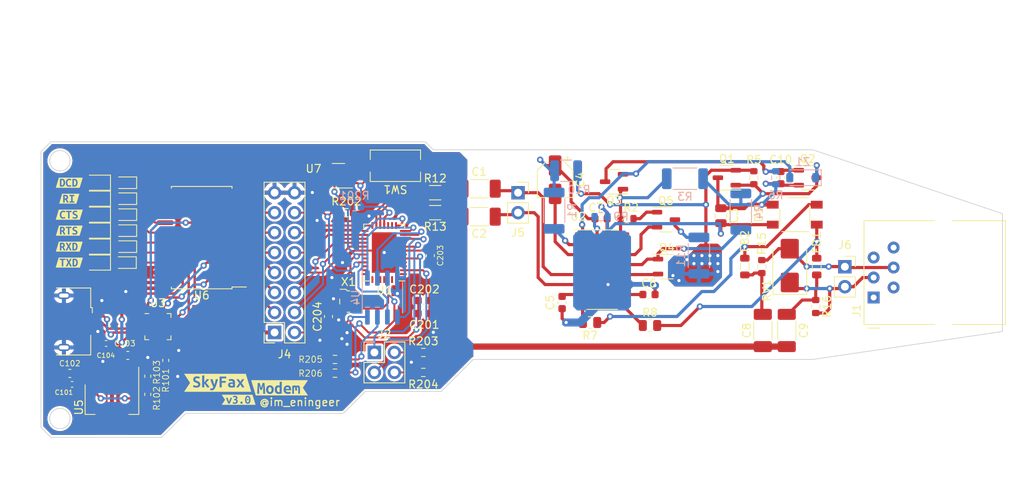
<source format=kicad_pcb>
(kicad_pcb (version 20221018) (generator pcbnew)
  (title_block (title "SkyFax") (date "2023-06-29") (rev "1.0"))
  (layers (0 "F.Cu" signal) (31 "B.Cu" signal) (34 "B.Paste" user) (35 "F.Paste" user) (36 "B.SilkS" user "B.Silkscreen") (37 "F.SilkS" user "F.Silkscreen") (38 "B.Mask" user) (39 "F.Mask" user) (44 "Edge.Cuts" user))
  (net 0 "")
  (net 1 "/SI3018/C1A")
  (net 2 "Net-(C1-Pad2)")
  (net 3 "/SI3018/C2A")
  (net 4 "Net-(C2-Pad2)")
  (net 5 "Net-(D1-+)")
  (net 6 "GND1")
  (net 7 "Net-(C4-Pad1)")
  (net 8 "Net-(U2-RX)")
  (net 9 "Net-(U2-VREG)")
  (net 10 "Net-(U2-VREG2)")
  (net 11 "Net-(D1-Pad2)")
  (net 12 "GND")
  (net 13 "Net-(D4-K)")
  (net 14 "Net-(Q2-B)")
  (net 15 "+3V3")
  (net 16 "Net-(U1-VREG)")
  (net 17 "Net-(D5-K)")
  (net 18 "Net-(D1-Pad4)")
  (net 23 "Net-(Q1-B)")
  (net 24 "Net-(Q1-E)")
  (net 25 "Net-(Q3-B)")
  (net 26 "Net-(Q3-E)")
  (net 27 "Net-(Q4-B)")
  (net 28 "Net-(Q4-E)")
  (net 29 "Net-(Q5-B)")
  (net 30 "Net-(Q5-E)")
  (net 31 "Net-(Q5-C)")
  (net 32 "Net-(U2-DCT)")
  (net 33 "Net-(U2-RNG1)")
  (net 34 "Net-(U2-RNG2)")
  (net 35 "Net-(U2-IB)")
  (net 36 "Net-(C8-Pad1)")
  (net 37 "Net-(C9-Pad1)")
  (net 39 "Net-(D6-K)")
  (net 42 "Net-(D7-K)")
  (net 44 "/SI3018/RING")
  (net 45 "/SI3018/TIP")
  (net 46 "VBUS")
  (net 47 "Net-(D2-K)")
  (net 49 "/SI2494/SDI")
  (net 50 "Net-(J2-Pin_2)")
  (net 51 "/SI2494/nFSYNC")
  (net 53 "Net-(J2-Pin_4)")
  (net 54 "Net-(J3-D-)")
  (net 55 "Net-(D3-K)")
  (net 56 "Net-(J3-D+)")
  (net 65 "/SI2494/TXD")
  (net 66 "/USB_Serial/TXD")
  (net 70 "/SI2494/RXD")
  (net 71 "/USB_Serial/RXD")
  (net 72 "/SI2494/nRTS")
  (net 73 "/USB_Serial/RTS")
  (net 74 "/SI2494/nCTS")
  (net 75 "/USB_Serial/CTS")
  (net 76 "/SI2494/nRI")
  (net 77 "/USB_Serial/RI")
  (net 78 "/SI2494/nDCD")
  (net 79 "/USB_Serial/DCD")
  (net 80 "/SI2494/C1A")
  (net 81 "/SI2494/C2A")
  (net 82 "Net-(U3-~{RST})")
  (net 83 "Net-(U3-VBUS)")
  (net 84 "Net-(U6-Y0)")
  (net 85 "Net-(U6-Y1)")
  (net 86 "Net-(U6-Y2)")
  (net 87 "Net-(U6-Y3)")
  (net 88 "Net-(U6-Y4)")
  (net 89 "Net-(U6-Y5)")
  (net 90 "/SI2494/RST")
  (net 91 "Net-(U4-~{HOLD})")
  (net 92 "Net-(U4-~{WP})")
  (net 93 "/SI2494/EESDI")
  (net 94 "/SI2494/EESDO")
  (net 95 "/SI2494/EECS")
  (net 96 "/SI2494/EECLK")
  (net 97 "Net-(U1-CLKIN_XTAL1)")
  (footprint "Capacitor_SMD:C_0603_1608Metric" (layer "F.Cu") (at 92.837 121.412 90)
    (fp_text reference "C203")
    (fp_text value "0.22uF")
  )
  (footprint "Resistor_SMD:R_1206_3216Metric" (layer "F.Cu") (at 93.454 113.411)
    (fp_text reference "R12")
    (fp_text value "56.2")
  )
  (footprint "LED_SMD:LED_0805_2012Metric" (layer "F.Cu") (at 50.468 116.205 180)
    (fp_text reference "D5" hide)
    (fp_text value "LED")
  )
  (footprint "FaxCam:C_1808" (layer "F.Cu") (at 99.042 112.903 180)
    (fp_text reference "C1")
    (fp_text value "33pF")
  )
  (footprint "Package_TO_SOT_SMD:SOT-23-3" (layer "F.Cu") (at 122.809 116.84)
    (fp_text reference "Q5")
    (fp_text value "Q_NPN_BEC")
  )
  (footprint "Package_TO_SOT_SMD:SOT-23-3" (layer "F.Cu") (at 116.205 112.014 180)
    (fp_text reference "Q3")
    (fp_text value "Q_NPN_BEC")
  )
  (footprint "Package_SO:SOIC-20W_7.5x12.8mm_P1.27mm" (layer "F.Cu") (at 63.754 119.126 180)
    (fp_text reference "U6")
    (fp_text value "74LCX541")
  )
  (footprint "Package_DFN_QFN:QFN-38-1EP_5x7mm_P0.5mm_EP3.15x5.15mm" (layer "F.Cu") (at 86.971 121.0225 180)
    (fp_text reference "U1")
    (fp_text value "Si2494-A-FM")
  )
  (footprint "Capacitor_SMD:C_0805_2012Metric" (layer "F.Cu") (at 129.794 116.332 -90)
    (fp_text reference "C3")
    (fp_text value "10nF")
  )
  (footprint "kibuzzard-64DEBF1B" (layer "F.Cu") (at 73.66 138.2268)
    (fp_text reference "kibuzzard-64DEBF1B" hide)
    (fp_text value "G***" hide)
  )
  (footprint "Package_TO_SOT_SMD:SOT-223-3_TabPin2" (layer "F.Cu") (at 52.338 139.7 -90)
    (fp_text reference "U5")
    (fp_text value "AZ1117-3.3")
  )
  (footprint "Capacitor_SMD:C_0603_1608Metric" (layer "F.Cu") (at 137.414 111.493 90)
    (fp_text reference "C10")
    (fp_text value "0.01uF")
  )
  (footprint "FaxCam:C_1808" (layer "F.Cu") (at 135.128 130.937 -90)
    (fp_text reference "C8")
    (fp_text value "680pF")
  )
  (footprint "Connector_PinSocket_2.54mm:PinSocket_2x08_P2.54mm_Vertical" (layer "F.Cu") (at 73.025 131.191 180)
    (fp_text reference "J4")
    (fp_text value "Conn_02x08_Odd_Even")
  )
  (footprint "FaxCam:Diodes_Inc_4-SMD" (layer "F.Cu") (at 139.192 116.205 90)
    (fp_text reference "D1")
    (fp_text value "HDS10M")
  )
  (footprint "Resistor_SMD:R_0603_1608Metric" (layer "F.Cu") (at 135.001 122.809 90)
    (fp_text reference "R15")
    (fp_text value "0")
  )
  (footprint "Resistor_SMD:R_0402_1005Metric" (layer "F.Cu") (at 56.896 136.7536 90)
    (fp_text reference "R103")
    (fp_text value "47.5k")
  )
  (footprint "Capacitor_SMD:C_0603_1608Metric" (layer "F.Cu") (at 46.977 136.398)
    (fp_text reference "C102")
    (fp_text value "0.1uF")
  )
  (footprint "LED_SMD:LED_0603_1608Metric" (layer "F.Cu") (at 53.9985 120.269 180)
    (fp_text reference "R105" hide)
    (fp_text value "220")
  )
  (footprint "Package_SO:SOIC-16_3.9x9.9mm_P1.27mm" (layer "F.Cu") (at 114.681 123.19)
    (fp_text reference "U2")
    (fp_text value "Si3018")
  )
  (footprint "LED_SMD:LED_0805_2012Metric" (layer "F.Cu") (at 50.468 120.269 180)
    (fp_text reference "D3" hide)
    (fp_text value "LED")
  )
  (footprint "kibuzzard-64F3FC8A" (layer "F.Cu") (at 46.912 112.141)
    (fp_text reference "kibuzzard-64F3FC8A" hide)
    (fp_text value "G***" hide)
  )
  (footprint "LED_SMD:LED_0805_2012Metric" (layer "F.Cu") (at 50.468 122.301 180)
    (fp_text reference "D2" hide)
    (fp_text value "LED")
  )
  (footprint "kibuzzard-64DEBF09" (layer "F.Cu") (at 65.786 137.5918)
    (fp_text reference "kibuzzard-64DEBF09" hide)
    (fp_text value "G***" hide)
  )
  (footprint "Resistor_SMD:R_0805_2012Metric" (layer "F.Cu") (at 113.157 129.921 180)
    (fp_text reference "R7")
    (fp_text value "20M")
  )
  (footprint "Resistor_SMD:R_0402_1005Metric" (layer "F.Cu") (at 59.182 134.747 90)
    (fp_text reference "R101")
    (fp_text value "1k")
  )
  (footprint "LED_SMD:LED_0603_1608Metric" (layer "F.Cu") (at 53.9985 112.141 180)
    (fp_text reference "R109" hide)
    (fp_text value "220")
  )
  (footprint "Connector_PinSocket_2.54mm:PinSocket_1x02_P2.54mm_Vertical" (layer "F.Cu") (at 103.995 113.411)
    (fp_text reference "J5")
    (fp_text value "Conn_01x02")
  )
  (footprint "Resistor_SMD:R_0402_1005Metric" (layer "F.Cu") (at 56.896 139.067 90)
    (fp_text reference "R102")
    (fp_text value "22.1k")
  )
  (footprint "LED_SMD:LED_0603_1608Metric" (layer "F.Cu") (at 53.9985 114.173 180)
    (fp_text reference "R108" hide)
    (fp_text value "220")
  )
  (footprint "Capacitor_SMD:C_0603_1608Metric" (layer "F.Cu") (at 120.65 126.365)
    (fp_text reference "C6")
    (fp_text value "0.1uF")
  )
  (footprint "kibuzzard-64F3FC6A" (layer "F.Cu") (at 46.912 116.205)
    (fp_text reference "kibuzzard-64F3FC6A" hide)
    (fp_text value "G***" hide)
  )
  (footprint "Resistor_SMD:R_1206_3216Metric" (layer "F.Cu") (at 93.454 115.951)
    (fp_text reference "R13")
    (fp_text value "56.2")
  )
  (footprint "kibuzzard-64F3F98C" (layer "F.Cu") (at 68.453 139.7508)
    (fp_text reference "kibuzzard-64F3F98C" hide)
    (fp_text value "G***" hide)
  )
  (footprint "Package_TO_SOT_SMD:SOT-23-3" (layer "F.Cu") (at 140.843 111.506)
    (fp_text reference "Q2")
    (fp_text value "Q_PNP_BEC")
  )
  (footprint "kibuzzard-64F3FC0B" (layer "F.Cu") (at 46.912 122.301)
    (fp_text reference "kibuzzard-64F3FC0B" hide)
    (fp_text value "G***" hide)
  )
  (footprint "Capacitor_SMD:C_0402_1005Metric" (layer "F.Cu") (at 51.59 132.588)
    (fp_text reference "C103")
    (fp_text value "4.7uF")
  )
  (footprint "FaxCam:C_1808" (layer "F.Cu") (at 99.042 116.459 180)
    (fp_text reference "C2")
    (fp_text value "33pF")
  )
  (footprint "Package_TO_SOT_SMD:SOT-23-3" (layer "F.Cu") (at 122.936 122.809)
    (fp_text reference "Q4")
    (fp_text value "Q_NPN_BEC")
  )
  (footprint "Capacitor_SMD:CP_Elec_4x3" (layer "F.Cu") (at 108.712 111.76 -90)
    (fp_text reference "C4")
    (fp_text value "1uF")
  )
  (footprint "Package_TO_SOT_SMD:SOT-23-3" (layer "F.Cu") (at 81.1475 111.252 180)
    (fp_text reference "U7")
    (fp_text value "DS1818")
  )
  (footprint "Package_DFN_QFN:SiliconLabs_QFN-20-1EP_3x3mm_P0.5mm_EP1.8x1.8mm" (layer "F.Cu") (at 58.186 130.449)
    (fp_text reference "U3")
    (fp_text value "CP2102N-Axx-xQFN20")
  )
  (footprint "Resistor_SMD:R_0603_1608Metric" (layer "F.Cu") (at 82.169 115.951)
    (fp_text reference "R202")
    (fp_text value "10k")
  )
  (footprint "Capacitor_SMD:C_0402_1005Metric" (layer "F.Cu") (at 47.272 137.795)
    (fp_text reference "C101")
    (fp_text value "4.7uF")
  )
  (footprint "Resistor_SMD:R_0603_1608Metric" (layer "F.Cu") (at 80.708 136.368)
    (fp_text reference "R206")
    (fp_text value "10k")
  )
  (footprint "Capacitor_SMD:C_0603_1608Metric" (layer "F.Cu") (at 92.075 127.127 180)
    (fp_text reference "C202")
    (fp_text value "0.1uF")
  )
  (footprint "Resistor_SMD:R_0603_1608Metric" (layer "F.Cu") (at 91.948 133.731)
    (fp_text reference "R203")
    (fp_text value "10k")
  )
  (footprint "LED_SMD:LED_0603_1608Metric" (layer "F.Cu") (at 53.9475 122.301 180)
    (fp_text reference "R104" hide)
    (fp_text value "220")
  )
  (footprint "Capacitor_SMD:C_0603_1608Metric" (layer "F.Cu") (at 54.356 134.112 180)
    (fp_text reference "C104")
    (fp_text value "0.1uF")
  )
  (footprint "Capacitor_SMD:C_0603_1608Metric" (layer "F.Cu") (at 109.601 127.381 -90)
    (fp_text reference "C5")
    (fp_text value "0.1uF")
  )
  (footprint "Resistor_SMD:R_0603_1608Metric" (layer "F.Cu") (at 91.948 136.271)
    (fp_text reference "R204")
    (fp_text value "10k")
  )
  (footprint "LED_SMD:LED_0603_1608Metric" (layer "F.Cu") (at 53.9985 116.205 180)
    (fp_text reference "R107" hide)
    (fp_text value "220")
  )
  (footprint "Connector_RJ:RJ12_Amphenol_54601" (layer "F.Cu") (at 149.225 126.741 90)
    (fp_text reference "J1")
    (fp_text value "RJ11/12")
  )
  (footprint "Resistor_SMD:R_0603_1608Metric" (layer "F.Cu") (at 80.708 134.62)
    (fp_text reference "R205")
    (fp_text value "10k")
  )
  (footprint "Inductor_SMD:L_0805_2012Metric" (layer "F.Cu") (at 141.986 122.809 -90)
    (fp_text reference "FB1")
    (fp_text value "FerriteBead_Small")
  )
  (footprint "Capacitor_SMD:C_0603_1608Metric" (layer "F.Cu") (at 92.062 128.778 180)
    (fp_text reference "C201")
    (fp_text value "0.1uF")
  )
  (footprint "LED_SMD:LED_0805_2012Metric" (layer "F.Cu") (at 50.468 112.141 180)
    (fp_text reference "D7" hide)
    (fp_text value "LED")
  )
  (footprint "Resistor_SMD:R_0603_1608Metric" (layer "F.Cu") (at 141.859 127.889 -90)
    (fp_text reference "R16")
    (fp_text value "0")
  )
  (footprint "LED_SMD:LED_0805_2012Metric" (layer "F.Cu") (at 50.468 118.237 180)
    (fp_text reference "D4" hide)
    (fp_text value "LED")
  )
  (footprint "kibuzzard-64F3FC33" (layer "F.Cu") (at 46.912 120.269)
    (fp_text reference "kibuzzard-64F3FC33" hide)
    (fp_text value "G***" hide)
  )
  (footprint "Resistor_SMD:R_0805_2012Metric" (layer "F.Cu") (at 120.777 130.302)
    (fp_text reference "R8")
    (fp_text value "20M")
  )
  (footprint "Button_Switch_SMD:SW_Tactile_SPST_NO_Straight_CK_PTS636Sx25SMTRLFS" (layer "F.Cu") (at 88.392 109.982 180)
    (fp_text reference "SW1")
    (fp_text value "SW_Push")
  )
  (footprint "Diode_SMD:D_SMB" (layer "F.Cu") (at 138.557 122.682 90)
    (fp_text reference "RV1")
    (fp_text value "~")
  )
  (footprint "kibuzzard-64F3FC7E" (layer "F.Cu") (at 46.912 114.173)
    (fp_text reference "kibuzzard-64F3FC7E" hide)
    (fp_text value "G***" hide)
  )
  (footprint "Oscillator:Oscillator_SMD_ECS_2520MV-xxx-xx-4Pin_2.5x2.0mm" (layer "F.Cu") (at 82.423 127.254)
    (fp_text reference "X1")
    (fp_text value "ECS-2520MV-xxx-xx")
  )
  (footprint "Inductor_SMD:L_0805_2012Metric" (layer "F.Cu") (at 132.842 122.809 -90)
    (fp_text reference "FB2")
    (fp_text value "FerriteBead_Small")
  )
  (footprint "kibuzzard-64F3FC43" (layer "F.Cu") (at 46.912 118.237)
    (fp_text reference "kibuzzard-64F3FC43" hide)
    (fp_text value "G***" hide)
  )
  (footprint "Connector_USB:USB_Micro-B_Amphenol_10118193-0001LF_Horizontal" (layer "F.Cu") (at 46.228 129.792 -90)
    (fp_text reference "J3" hide)
    (fp_text value "USB_B_Micro")
  )
  (footprint "Connector_PinHeader_2.54mm:PinHeader_2x02_P2.54mm_Vertical" (layer "F.Cu") (at 85.725 133.731)
    (fp_text reference "J2")
    (fp_text value "Conn_02x02_Odd_Even")
  )
  (footprint "Resistor_SMD:R_0603_1608Metric" (layer "F.Cu") (at 133.985 111.506 90)
    (fp_text reference "R5")
    (fp_text value "100k")
  )
  (footprint "LED_SMD:LED_0603_1608Metric" (layer "F.Cu") (at 53.9985 118.237 180)
    (fp_text reference "R106" hide)
    (fp_text value "220")
  )
  (footprint "Connector_PinSocket_2.54mm:PinSocket_1x02_P2.54mm_Vertical" (layer "F.Cu") (at 145.567 122.829)
    (fp_text reference "J6")
    (fp_text value "Conn_01x02")
  )
  (footprint "FaxCam:C_1808" (layer "F.Cu") (at 138.176 130.937 -90)
    (fp_text reference "C9")
    (fp_text value "680pF")
  )
  (footprint "Package_TO_SOT_SMD:SOT-23-3" (layer "F.Cu") (at 130.5505 111.506 180)
    (fp_text reference "Q1")
    (fp_text value "Q_NPN_BEC")
  )
  (footprint "Capacitor_SMD:C_0603_1608Metric" (layer "F.Cu") (at 114.554 116.713 180)
    (fp_text reference "C7")
    (fp_text value "2.7nF")
  )
  (footprint "LED_SMD:LED_0805_2012Metric" (layer "F.Cu") (at 50.468 114.173 180)
    (fp_text reference "D6" hide)
    (fp_text value "LED")
  )
  (footprint "Resistor_SMD:R_0603_1608Metric" (layer "F.Cu") (at 117.856 116.713)
    (fp_text reference "R2")
    (fp_text value "150")
  )
  (footprint "Capacitor_SMD:C_0603_1608Metric" (layer "F.Cu") (at 79.883 129.159 -90)
    (fp_text reference "C204")
    (fp_text value "0.1uF")
  )
  (footprint "Diode_SMD:D_SOD-123" (layer "B.Cu") (at 140.208 111.506 180)
    (fp_text reference "Z1")
    (fp_text value "D_Zener")
  )
  (footprint "Resistor_SMD:R_2010_5025Metric" (layer "B.Cu") (at 132.334 115.824 90)
    (fp_text reference "R4")
    (fp_text value "2.49k")
  )
  (footprint "Resistor_SMD:R_0603_1608Metric" (layer "B.Cu") (at 83.185 115.189)
    (fp_text reference "R201")
    (fp_text value "10k")
  )
  (footprint "Resistor_SMD:R_2010_5025Metric" (layer "B.Cu") (at 108.585 115.697 90)
    (fp_text reference "R1")
    (fp_text value "1.07k")
  )
  (footprint "Resistor_SMD:R_1210_3225Metric" (layer "B.Cu") (at 110.109 110.617)
    (fp_text reference "R10")
    (fp_text value "536")
  )
  (footprint "Resistor_SMD:R_2010_5025Metric" (layer "B.Cu") (at 125.222 111.633)
    (fp_text reference "R3")
    (fp_text value "3.65k")
  )
  (footprint "Resistor_SMD:R_2010_5025Metric" (layer "B.Cu") (at 127 121.412 -90)
    (fp_text reference "R11")
    (fp_text value "73.2")
  )
  (footprint "Package_SO:SOIC-8_3.9x4.9mm_P1.27mm" (layer "B.Cu") (at 86.741 126.746 -90)
    (fp_text reference "U4")
    (fp_text value "25LC640AT-E/SN")
  )
  (footprint "Resistor_SMD:R_0603_1608Metric" (layer "B.Cu") (at 136.779 111.506 90)
    (fp_text reference "R6")
    (fp_text value "100k")
  )
  (footprint "Resistor_SMD:R_0603_1608Metric" (layer "B.Cu") (at 114.554 116.459 180)
    (fp_text reference "R9")
    (fp_text value "1M")
  )
  (gr_circle (center 45.72 109.347) (end 46.99 109.093) (stroke (width 0.1)) (fill none) (layer "Edge.Cuts"))
  (gr_poly (pts (xy 165.608 116.078) (xy 141.478 107.95) (xy 93.218 107.95) (xy 92.202 106.934) (xy 44.577 106.934) (xy 43.307 108.204) (xy 43.307 143.256) (xy 44.577 144.526) (xy 58.674 144.526) (xy 61.722 141.478) (xy 81.788 141.478) (xy 84.582 138.684) (xy 94.234 138.684) (xy 98.298 134.62) (xy 141.478 134.62) (xy 165.608 131.064)) (stroke (width 0.1)) (fill none) (layer "Edge.Cuts"))
  (gr_circle (center 45.72 142.13815) (end 46.99 141.88415) (stroke (width 0.1)) (fill none) (layer "Edge.Cuts"))
  (gr_text "@im_eningeer" (at 70.993 140.6398) (layer "F.SilkS") (effects (font (size 1 1)) (justify left bottom)))
  (segment (start 107.188 122.809) (end 107.188 114.046) (width 0.4) (layer "F.Cu") (net 1))
  (segment (start 112.206 123.825) (end 108.204 123.825) (width 0.4) (layer "F.Cu") (net 1))
  (segment (start 103.741 113.157) (end 103.995 113.411) (width 0.4) (layer "F.Cu") (net 1))
  (segment (start 101.092 113.157) (end 103.741 113.157) (width 0.4) (layer "F.Cu") (net 1))
  (segment (start 106.553 113.411) (end 103.995 113.411) (width 0.4) (layer "F.Cu") (net 1))
  (segment (start 108.204 123.825) (end 107.188 122.809) (width 0.4) (layer "F.Cu") (net 1))
  (segment (start 107.188 114.046) (end 106.553 113.411) (width 0.4) (layer "F.Cu") (net 1))
  (segment (start 94.9165 113.411) (end 96.738 113.411) (width 0.4) (layer "F.Cu") (net 2))
  (segment (start 96.738 113.411) (end 96.992 113.157) (width 0.4) (layer "F.Cu") (net 2))
  (segment (start 106.553 124.206) (end 106.553 116.459) (width 0.4) (layer "F.Cu") (net 3))
  (segment (start 107.442 125.095) (end 106.553 124.206) (width 0.4) (layer "F.Cu") (net 3))
  (segment (start 106.045 115.951) (end 103.995 115.951) (width 0.4) (layer "F.Cu") (net 3))
  (segment (start 101.092 116.205) (end 103.741 116.205) (width 0.4) (layer "F.Cu") (net 3))
  (segment (start 106.553 116.459) (end 106.045 115.951) (width 0.4) (layer "F.Cu") (net 3))
  (segment (start 103.741 116.205) (end 103.995 115.951) (width 0.4) (layer "F.Cu") (net 3))
  (segment (start 112.206 125.095) (end 107.442 125.095) (width 0.4) (layer "F.Cu") (net 3))
  (segment (start 94.9165 115.951) (end 96.738 115.951) (width 0.4) (layer "F.Cu") (net 4))
  (segment (start 96.738 115.951) (end 96.992 116.205) (width 0.4) (layer "F.Cu") (net 4))
  (segment (start 137.602 112.456) (end 137.414 112.268) (width 0.4) (layer "F.Cu") (net 5))
  (segment (start 139.7055 112.456) (end 137.602 112.456) (width 0.4) (layer "F.Cu") (net 5))
  (segment (start 135.001 114.935) (end 133.223 114.935) (width 0.5) (layer "F.Cu") (net 5))
  (segment (start 133.223 114.935) (end 132.776 115.382) (width 0.5) (layer "F.Cu") (net 5))
  (segment (start 132.776 115.382) (end 129.794 115.382) (width 0.5) (layer "F.Cu") (net 5))
  (segment (start 136.392 114.935) (end 135.001 114.935) (width 0.5) (layer "F.Cu") (net 5))
  (segment (start 135.509 112.268) (end 137.414 112.268) (width 0.4) (layer "F.Cu") (net 5))
  (segment (start 129.413 111.506) (end 129.413 115.001) (width 0.4) (layer "F.Cu") (net 5))
  (segment (start 129.413 115.001) (end 129.794 115.382) (width 0.4) (layer "F.Cu") (net 5))
  (via (at 135.509 112.268) (size 0.8) (drill 0.4) (layers "F.Cu" "B.Cu") (net 5))
  (via (at 135.001 114.935) (size 0.8) (drill 0.4) (layers "F.Cu" "B.Cu") (net 5))
  (segment (start 136.779 112.331) (end 136.779 113.157) (width 0.4) (layer "B.Cu") (net 5))
  (segment (start 136.779 112.331) (end 135.572 112.331) (width 0.4) (layer "B.Cu") (net 5))
  (segment (start 135.572 112.331) (end 135.509 112.268) (width 0.4) (layer "B.Cu") (net 5))
  (segment (start 136.779 113.157) (end 135.001 114.935) (width 0.4) (layer "B.Cu") (net 5))
  (segment (start 129.987 117.475) (end 136.392 117.475) (width 0.4) (layer "F.Cu") (net 6))
  (segment (start 129.794 117.282) (end 129.987 117.475) (width 0.4) (layer "F.Cu") (net 6))
  (segment (start 117.156 125.095) (end 115.443 125.095) (width 0.4) (layer "F.Cu") (net 6))
  (segment (start 115.316 116.726) (end 115.329 116.713) (width 0.4) (layer "F.Cu") (net 6))
  (segment (start 115.316 119.38) (end 115.316 116.726) (width 0.4) (layer "F.Cu") (net 6))
  (segment (start 115.329 116.713) (end 115.329 115.9386) (width 0.4) (layer "F.Cu") (net 6))
  (segment (start 117.156 125.095) (end 121.285 125.095) (width 0.4) (layer "F.Cu") (net 6))
  (segment (start 121.425 125.235) (end 121.412 125.222) (width 0.4) (layer "F.Cu") (net 6))
  (segment (start 117.156 120.015) (end 115.951 120.015) (width 0.4) (layer "F.Cu") (net 6))
  (segment (start 129.794 118.618) (end 129.794 117.282) (width 0.4) (layer "F.Cu") (net 6))
  (segment (start 109.601 128.156) (end 109.601 129.413) (width 0.4) (layer "F.Cu") (net 6))
  (segment (start 115.951 120.015) (end 115.316 119.38) (width 0.4) (layer "F.Cu") (net 6))
  (segment (start 115.329 115.9386) (end 114.6048 115.2144) (width 0.4) (layer "F.Cu") (net 6))
  (segment (start 121.425 126.365) (end 121.425 125.235) (width 0.4) (layer "F.Cu") (net 6))
  (segment (start 121.285 125.095) (end 121.412 125.222) (width 0.4) (layer "F.Cu") (net 6))
  (segment (start 109.601 129.413) (end 110.109 129.921) (width 0.4) (layer "F.Cu") (net 6))
  (via (at 110.109 129.921) (size 0.8) (drill 0.4) (layers "F.Cu" "B.Cu") (net 6))
  (via (at 115.443 125.095) (size 0.8) (drill 0.4) (layers "F.Cu" "B.Cu") (net 6))
  (via (at 121.412 125.222) (size 0.8) (drill 0.4) (layers "F.Cu" "B.Cu") (net 6))
  (via (at 114.6048 115.2144) (size 0.8) (drill 0.4) (layers "F.Cu" "B.Cu") (net 6))
  (via (at 129.794 118.618) (size 0.8) (drill 0.4) (layers "F.Cu" "B.Cu") (net 6))
  (segment (start 115.379 121.095) (end 114.808 121.666) (width 0.4) (layer "B.Cu") (net 6))
  (segment (start 115.443 125.095) (end 114.935 125.095) (width 0.4) (layer "B.Cu") (net 6))
  (segment (start 116.395 117.348) (end 129.667 117.348) (width 0.4) (layer "B.Cu") (net 6))
  (segment (start 114.808 121.666) (end 114.808 124.968) (width 0.4) (layer "B.Cu") (net 6))
  (segment (start 115.379 115.9886) (end 114.6048 115.2144) (width 0.4) (layer "B.Cu") (net 6))
  (segment (start 129.667 117.348) (end 129.667 118.491) (width 0.4) (layer "B.Cu") (net 6))
  (segment (start 129.667 118.491) (end 129.794 118.618) (width 0.4) (layer "B.Cu") (net 6))
  (segment (start 114.935 125.095) (end 114.808 124.968) (width 0.4) (layer "B.Cu") (net 6))
  (segment (start 115.379 118.364) (end 115.379 116.459) (width 0.4) (layer "B.Cu") (net 6))
  (segment (start 115.379 116.459) (end 115.379 115.9886) (width 0.4) (layer "B.Cu") (net 6))
  (segment (start 115.379 118.364) (end 116.395 117.348) (width 0.4) (layer "B.Cu") (net 6))
  (segment (start 110.109 129.921) (end 111.887 129.921) (width 0.4) (layer "B.Cu") (net 6))
  (segment (start 111.887 129.921) (end 114.808 127) (width 0.4) (layer "B.Cu") (net 6))
  (segment (start 114.808 124.968) (end 114.808 127) (width 0.4) (layer "B.Cu") (net 6))
  (segment (start 115.379 118.364) (end 115.379 121.095) (width 0.4) (layer "B.Cu") (net 6))
  (segment (start 110.744 111.992) (end 108.712 109.96) (width 0.4) (layer "F.Cu") (net 7))
  (segment (start 108.712 109.96) (end 107.547 109.96) (width 0.4) (layer "F.Cu") (net 7))
  (segment (start 107.547 109.96) (end 106.807 109.22) (width 0.4) (layer "F.Cu") (net 7))
  (segment (start 113.779 116.713) (end 112.903 116.713) (width 0.4) (layer "F.Cu") (net 7))
  (segment (start 110.744 114.554) (end 110.744 111.992) (width 0.4) (layer "F.Cu") (net 7))
  (segment (start 112.903 116.713) (end 110.744 114.554) (width 0.4) (layer "F.Cu") (net 7))
  (via (at 106.807 109.22) (size 0.8) (drill 0.4) (layers "F.Cu" "B.Cu") (net 7))
  (segment (start 108.204 110.617) (end 106.807 109.22) (width 0.4) (layer "B.Cu") (net 7))
  (segment (start 108.585 110.6785) (end 108.6465 110.617) (width 0.4) (layer "B.Cu") (net 7))
  (segment (start 108.585 113.3845) (end 108.585 110.6785) (width 0.4) (layer "B.Cu") (net 7))
  (segment (start 108.6465 110.617) (end 108.204 110.617) (width 0.4) (layer "B.Cu") (net 7))
  (segment (start 110.363 121.285) (end 108.712 119.634) (width 0.4) (layer "F.Cu") (net 8))
  (segment (start 112.206 121.285) (end 110.363 121.285) (width 0.4) (layer "F.Cu") (net 8))
  (segment (start 108.712 119.634) (end 108.712 113.56) (width 0.4) (layer "F.Cu") (net 8))
  (segment (start 112.206 126.365) (end 109.842 126.365) (width 0.4) (layer "F.Cu") (net 9))
  (segment (start 109.842 126.365) (end 109.601 126.606) (width 0.4) (layer "F.Cu") (net 9))
  (segment (start 117.156 126.365) (end 119.875 126.365) (width 0.4) (layer "F.Cu") (net 10))
  (segment (start 135.648 120.269) (end 140.982 114.935) (width 0.4) (layer "F.Cu") (net 11))
  (segment (start 114.0695 129.921) (end 114.935 129.921) (width 0.4) (layer "F.Cu") (net 11))
  (segment (start 114.935 129.921) (end 115.697 129.159) (width 0.4) (layer "F.Cu") (net 11))
  (segment (start 132.842 120.269) (end 135.648 120.269) (width 0.4) (layer "F.Cu") (net 11))
  (segment (start 140.982 114.935) (end 141.992 114.935) (width 0.4) (layer "F.Cu") (net 11))
  (segment (start 132.842 120.269) (end 132.842 121.7465) (width 0.4) (layer "F.Cu") (net 11))
  (via (at 132.842 120.269) (size 0.8) (drill 0.4) (layers "F.Cu" "B.Cu") (net 11))
  (via (at 115.697 129.159) (size 0.8) (drill 0.4) (layers "F.Cu" "B.Cu") (net 11))
  (segment (start 132.588 120.269) (end 132.842 120.269) (width 0.4) (layer "B.Cu") (net 11))
  (segment (start 124.206 129.159) (end 127.381 125.984) (width 0.4) (layer "B.Cu") (net 11))
  (segment (start 131.064 123.825) (end 131.064 121.793) (width 0.4) (layer "B.Cu") (net 11))
  (segment (start 127.381 125.984) (end 128.905 125.984) (width 0.4) (layer "B.Cu") (net 11))
  (segment (start 128.905 125.984) (end 131.064 123.825) (width 0.4) (layer "B.Cu") (net 11))
  (segment (start 115.697 129.159) (end 124.206 129.159) (width 0.4) (layer "B.Cu") (net 11))
  (segment (start 131.064 121.793) (end 132.588 120.269) (width 0.4) (layer "B.Cu") (net 11))
  (segment (start 54.9444 136.2436) (end 54.638 136.55) (width 0.4) (layer "F.Cu") (net 12))
  (segment (start 56.896 136.2436) (end 54.9444 136.2436) (width 0.4) (layer "F.Cu") (net 12))
  (segment (start 92.837 127.14) (end 92.85 127.127) (width 0.25) (layer "F.Cu") (net 12))
  (segment (start 75.565 113.411) (end 73.025 113.411) (width 0.5) (layer "F.Cu") (net 12))
  (segment (start 83.1895 120.7725) (end 81.661 122.301) (width 0.25) (layer "F.Cu") (net 12))
  (segment (start 58.936 131.199) (end 58.186 130.449) (width 0.3) (layer "F.Cu") (net 12))
  (segment (start 89.4085 121.2725) (end 87.221 121.2725) (width 0.25) (layer "F.Cu") (net 12))
  (segment (start 92.837 122.936) (end 93.345 123.444) (width 0.25) (layer "F.Cu") (net 12))
  (segment (start 87.221 121.2725) (end 86.971 121.0225) (width 0.25) (layer "F.Cu") (net 12))
  (segment (start 92.329 125.73) (end 92.85 126.251) (width 0.25) (layer "F.Cu") (net 12))
  (segment (start 57.936 130.199) (end 58.186 130.449) (width 0.3) (layer "F.Cu") (net 12))
  (segment (start 86.721 120.7725) (end 86.971 121.0225) (width 0.25) (layer "F.Cu") (net 12))
  (segment (start 68.404 113.411) (end 73.025 113.411) (width 0.5) (layer "F.Cu") (net 12))
  (segment (start 55.171 136.017) (end 54.638 136.55) (width 0.5) (layer "F.Cu") (net 12))
  (segment (start 92.837 128.778) (end 92.837 127.14) (width 0.25) (layer "F.Cu") (net 12))
  (segment (start 93.345 123.444) (end 93.345 125.756) (width 0.25) (layer "F.Cu") (net 12))
  (segment (start 56.636 130.199) (end 57.936 130.199) (width 0.3) (layer "F.Cu") (net 12))
  (segment (start 84.5335 120.7725) (end 86.721 120.7725) (width 0.25) (layer "F.Cu") (net 12))
  (segment (start 59.736 131.199) (end 60.841 131.199) (width 0.3) (layer "F.Cu") (net 12))
  (segment (start 60.841 131.199) (end 60.96 131.318) (width 0.3) (layer "F.Cu") (net 12))
  (segment (start 89.154 125.73) (end 92.329 125.73) (width 0.25) (layer "F.Cu") (net 12))
  (segment (start 59.736 131.199) (end 58.936 131.199) (width 0.3) (layer "F.Cu") (net 12))
  (segment (start 92.837 122.187) (end 92.837 122.936) (width 0.25) (layer "F.Cu") (net 12))
  (segment (start 88.646 126.238) (end 89.154 125.73) (width 0.25) (layer "F.Cu") (net 12))
  (segment (start 93.345 125.756) (end 92.85 126.251) (width 0.25) (layer "F.Cu") (net 12))
  (segment (start 92.85 126.251) (end 92.85 127.127) (width 0.25) (layer "F.Cu") (net 12))
  (segment (start 138.176 132.987) (end 96.411 132.987) (width 0.8) (layer "F.Cu") (net 12))
  (segment (start 92.773 136.271) (end 92.773 133.731) (width 0.25) (layer "F.Cu") (net 12))
  (segment (start 84.5335 120.7725) (end 83.1895 120.7725) (width 0.25) (layer "F.Cu") (net 12))
  (via (at 77.8256 113.3856) (size 0.8) (drill 0.4) (layers "F.Cu" "B.Cu") (net 12))
  (via (at 51.054 127.127) (size 0.8) (drill 0.4) (layers "F.Cu" "B.Cu") (net 12))
  (via (at 54.102 125.984) (size 0.8) (drill 0.4) (layers "F.Cu" "B.Cu") (net 12))
  (via (at 82.2452 131.2164) (size 0.8) (drill 0.4) (layers "F.Cu" "B.Cu") (net 12))
  (via (at 80.3148 124.206) (size 0.8) (drill 0.4) (layers "F.Cu" "B.Cu") (net 12))
  (via (at 78.4352 116.9416) (size 0.8) (drill 0.4) (layers "F.Cu" "B.Cu") (net 12))
  (via (at 90.424 134.9756) (size 0.8) (drill 0.4) (layers "F.Cu" "B.Cu") (net 12))
  (via (at 88.646 126.238) (size 0.8) (drill 0.4) (layers "F.Cu" "B.Cu") (net 12))
  (via (at 81.661 122.301) (size 0.8) (drill 0.4) (layers "F.Cu" "B.Cu") (net 12))
  (via (at 51.181 134.874) (size 0.8) (drill 0.4) (layers "F.Cu" "B.Cu") (net 12))
  (via (at 81.5848 131.9784) (size 0.8) (drill 0.4) (layers "F.Cu" "B.Cu") (net 12))
  (via (at 60.833 133.477) (size 0.8) (drill 0.4) (layers "F.Cu" "B.Cu") (net 12))
  (via (at 78.7908 132.1816) (size 0.8) (drill 0.4) (layers "F.Cu" "B.Cu") (net 12))
  (via (at 81.1784 129.5908) (size 0.8) (drill 0.4) (layers "F.Cu" "B.Cu") (net 12))
  (via (at 60.706 136.779) (size 0.8) (drill 0.4) (layers "F.Cu" "B.Cu") (net 12))
  (via (at 80.518 126.8984) (size 0.8) (drill 0.4) (layers "F.Cu" "B.Cu") (net 12))
  (via (at 93.218 131.1656) (size 0.8) (drill 0.4) (layers "F.Cu" "B.Cu") (net 12))
  (via (at 82.2452 132.6896) (size 0.8) (drill 0.4) (layers "F.Cu" "B.Cu") (net 12))
  (via (at 50.546 131.064) (size 0.8) (drill 0.4) (layers "F.Cu" "B.Cu") (net 12))
  (via (at 56.896 134.366) (size 0.8) (drill 0.4) (layers "F.Cu" "B.Cu") (net 12))
  (via (at 86.971 121.0225) (size 0.8) (drill 0.4) (layers "F.Cu" "B.Cu") (net 12))
  (via (at 85.0392 116.3828) (size 0.8) (drill 0.4) (layers "F.Cu" "B.Cu") (net 12))
  (segment (start 88.646 122.6975) (end 86.971 121.0225) (width 0.25) (layer "B.Cu") (net 12))
  (segment (start 88.646 124.271) (end 88.646 126.238) (width 0.25) (layer "B.Cu") (net 12))
  (segment (start 88.646 124.271) (end 88.646 122.6975) (width 0.25) (layer "B.Cu") (net 12))
  (segment (start 51.4055 118.237) (end 53.211 118.237) (width 0.25) (layer "F.Cu") (net 13))
  (segment (start 116.078 109.474) (end 115.189 110.363) (width 0.4) (layer "F.Cu") (net 14))
  (segment (start 139.7055 110.556) (end 137.576 110.556) (width 0.4) (layer "F.Cu") (net 14))
  (segment (start 135.535 110.718) (end 135.509 110.744) (width 0.4) (layer "F.Cu") (net 14))
  (segment (start 115.189 111.8925) (end 115.0675 112.014) (width 0.4) (layer "F.Cu") (net 14))
  (segment (start 134.747 109.474) (end 116.078 109.474) (width 0.4) (layer "F.Cu") (net 14))
  (segment (start 135.509 110.744) (end 135.255 110.49) (width 0.4) (layer "F.Cu") (net 14))
  (segment (start 135.255 110.49) (end 135.255 109.982) (width 0.4) (layer "F.Cu") (net 14))
  (segment (start 137.414 110.718) (end 135.535 110.718) (width 0.4) (layer "F.Cu") (net 14))
  (segment (start 115.189 110.363) (end 115.189 111.8925) (width 0.4) (layer "F.Cu") (net 14))
  (segment (start 135.255 109.982) (end 134.747 109.474) (width 0.4) (layer "F.Cu") (net 14))
  (segment (start 137.576 110.556) (end 137.414 110.718) (width 0.4) (layer "F.Cu") (net 14))
  (via (at 135.509 110.744) (size 0.8) (drill 0.4) (layers "F.Cu" "B.Cu") (net 14))
  (segment (start 135.572 110.681) (end 135.509 110.744) (width 0.4) (layer "B.Cu") (net 14))
  (segment (start 136.779 110.681) (end 135.572 110.681) (width 0.4) (layer "B.Cu") (net 14))
  (segment (start 57.436 132.81) (end 57.15 133.096) (width 0.3) (layer "F.Cu") (net 15))
  (segment (start 52.832 132.588) (end 53.1495 132.9055) (width 0.3) (layer "F.Cu") (net 15))
  (segment (start 79.883 134.62) (end 79.883 132.207) (width 0.25) (layer "F.Cu") (net 15))
  (segment (start 55.626 133.096) (end 55.245 132.715) (width 0.3) (layer "F.Cu") (net 15))
  (segment (start 91.059 130.81) (end 90.043 131.826) (width 0.25) (layer "F.Cu") (net 15))
  (segment (start 55.245 131.699) (end 54.356 131.699) (width 0.3) (layer "F.Cu") (net 15))
  (segment (start 69.723 131.191) (end 59.1185 141.7955) (width 0.5) (layer "F.Cu") (net 15))
  (segment (start 59.182 141.732) (end 59.1185 141.7955) (width 0.3) (layer "F.Cu") (net 15))
  (segment (start 59.1185 141.7955) (end 58.064 142.85) (width 0.5) (layer "F.Cu") (net 15))
  (segment (start 82.285 110.302) (end 82.285 110.501) (width 0.25) (layer "F.Cu") (net 15))
  (segment (start 49.5305 122.301) (end 49.5305 112.141) (width 0.4) (layer "F.Cu") (net 15))
  (segment (start 82.285 110.501) (end 81.026 111.76) (width 0.25) (layer "F.Cu") (net 15))
  (segment (start 82.677 129.413) (end 80.899 131.191) (width 0.25) (layer "F.Cu") (net 15))
  (segment (start 83.4515 121.2725) (end 82.677 122.047) (width 0.25) (layer "F.Cu") (net 15))
  (segment (start 58.064 142.85) (end 52.338 142.85) (width 0.5) (layer "F.Cu") (net 15))
  (segment (start 50.722 124.841) (end 49.5305 123.6495) (width 0.4) (layer "F.Cu") (net 15))
  (segment (start 54.356 131.699) (end 53.594 132.461) (width 0.3) (layer "F.Cu") (net 15))
  (segment (start 91.287 128.778) (end 91.287 130.582) (width 0.25) (layer "F.Cu") (net 15))
  (segment (start 91.287 130.582) (end 91.059 130.81) (width 0.25) (layer "F.Cu") (net 15))
  (segment (start 79.883 129.934) (end 79.883 130.175) (width 0.25) (layer "F.Cu") (net 15))
  (segment (start 89.4085 121.7725) (end 91.296 121.7725) (width 0.25) (layer "F.Cu") (net 15))
  (segment (start 52.338 142.85) (end 52.338 136.55) (width 0.5) (layer "F.Cu") (net 15))
  (segment (start 82.677 130.048) (end 82.677 129.413) (width 0.25) (layer "F.Cu") (net 15))
  (segment (start 78.105 128.016) (end 78.105 131.191) (width 0.25) (layer "F.Cu") (net 15))
  (segment (start 52.07 132.588) (end 52.832 132.588) (width 0.3) (layer "F.Cu") (net 15))
  (segment (start 53.594 127.713) (end 53.594 129.54) (width 0.4) (layer "F.Cu") (net 15))
  (segment (start 82.677 123.444) (end 78.105 128.016) (width 0.25) (layer "F.Cu") (net 15))
  (segment (start 59.182 135.257) (end 59.182 141.732) (width 0.3) (layer "F.Cu") (net 15))
  (segment (start 84.455 131.826) (end 82.677 130.048) (width 0.25) (layer "F.Cu") (net 15))
  (segment (start 53.581 134.112) (end 53.581 133.337) (width 0.3) (layer "F.Cu") (net 15))
  (segment (start 81.026 111.76) (end 80.645 112.141) (width 0.25) (layer "F.Cu") (net 15))
  (segment (start 84.5335 121.2725) (end 83.4515 121.2725) (width 0.25) (layer "F.Cu") (net 15))
  (segment (start 82.677 122.047) (end 82.677 123.444) (width 0.25) (layer "F.Cu") (net 15))
  (segment (start 91.3 128.765) (end 91.287 128.778) (width 0.25) (layer "F.Cu") (net 15))
  (segment (start 90.043 131.826) (end 84.455 131.826) (width 0.25) (layer "F.Cu") (net 15))
  (segment (start 59.104 124.841) (end 50.722 124.841) (width 0.4) (layer "F.Cu") (net 15))
  (segment (start 57.436 131.999) (end 57.436 132.81) (width 0.3) (layer "F.Cu") (net 15))
  (segment (start 55.245 132.715) (end 55.245 131.699) (width 0.3) (layer "F.Cu") (net 15))
  (segment (start 80.899 131.191) (end 78.105 131.191) (width 0.25) (layer "F.Cu") (net 15))
  (segment (start 53.1495 132.9055) (end 52.338 133.717) (width 0.3) (layer "F.Cu") (net 15))
  (segment (start 83.148 126.329) (end 83.148 123.915) (width 0.25) (layer "F.Cu") (net 15))
  (segment (start 79.883 132.207) (end 80.899 131.191) (width 0.25) (layer "F.Cu") (net 15))
  (segment (start 91.296 121.7725) (end 91.5295 121.539) (width 0.25) (layer "F.Cu") (net 15))
  (segment (start 79.883 130.175) (end 80.899 131.191) (width 0.25) (layer "F.Cu") (net 15))
  (segment (start 56.936 131.699) (end 55.245 131.699) (width 0.3) (layer "F.Cu") (net 15))
  (segment (start 78.105 131.191) (end 75.565 131.191) (width 0.25) (layer "F.Cu") (net 15))
  (segment (start 91.3 127.127) (end 91.3 128.765) (width 0.25) (layer "F.Cu") (net 15))
  (segment (start 57.15 133.096) (end 55.626 133.096) (width 0.3) (layer "F.Cu") (net 15))
  (segment (start 79.883 136.368) (end 79.883 134.62) (width 0.25) (layer "F.Cu") (net 15))
  (segment (start 53.594 132.461) (end 53.1495 132.9055) (width 0.3) (layer "F.Cu") (net 15))
  (segment (start 50.722 124.841) (end 53.594 127.713) (width 0.4) (layer "F.Cu") (net 15))
  (segment (start 52.338 133.717) (end 52.338 136.55) (width 0.3) (layer "F.Cu") (net 15))
  (segment (start 53.581 133.337) (end 53.1495 132.9055) (width 0.3) (layer "F.Cu") (net 15))
  (segment (start 83.148 123.915) (end 82.677 123.444) (width 0.25) (layer "F.Cu") (net 15))
  (segment (start 73.025 131.191) (end 69.723 131.191) (width 0.5) (layer "F.Cu") (net 15))
  (segment (start 80.645 112.141) (end 80.645 113.284) (width 0.25) (layer "F.Cu") (net 15))
  (segment (start 49.5305 123.6495) (end 49.5305 122.301) (width 0.4) (layer "F.Cu") (net 15))
  (via (at 91.059 130.81) (size 0.8) (drill 0.4) (layers "F.Cu" "B.Cu") (net 15))
  (via (at 80.645 113.284) (size 0.8) (drill 0.4) (layers "F.Cu" "B.Cu") (net 15))
  (via (at 53.594 132.461) (size 0.8) (drill 0.4) (layers "F.Cu" "B.Cu") (net 15))
  (via (at 91.5295 121.539) (size 0.8) (drill 0.4) (layers "F.Cu" "B.Cu") (net 15))
  (via (at 53.594 129.54) (size 0.8) (drill 0.4) (layers "F.Cu" "B.Cu") (net 15))
  (via (at 83.470549 121.516049) (size 0.8) (drill 0.4) (layers "F.Cu" "B.Cu") (net 15))
  (via (at 82.677 129.413) (size 0.8) (drill 0.4) (layers "F.Cu" "B.Cu") (net 15))
  (segment (start 91.5295 121.539) (end 91.5295 130.3395) (width 0.25) (layer "B.Cu") (net 15))
  (segment (start 80.645 113.284) (end 80.645 113.474) (width 0.25) (layer "B.Cu") (net 15))
  (segment (start 82.869 129.221) (end 82.677 129.413) (width 0.25) (layer "B.Cu") (net 15))
  (segment (start 91.5295 130.3395) (end 91.059 130.81) (width 0.25) (layer "B.Cu") (net 15))
  (segment (start 80.645 113.474) (end 82.36 115.189) (width 0.25) (layer "B.Cu") (net 15))
  (segment (start 84.836 129.221) (end 82.869 129.221) (width 0.25) (layer "B.Cu") (net 15))
  (segment (start 53.594 129.54) (end 53.594 132.461) (width 0.4) (layer "B.Cu") (net 15))
  (segment (start 82.36 115.189) (end 82.36 120.4055) (width 0.25) (layer "B.Cu") (net 15))
  (segment (start 82.36 120.4055) (end 83.470549 121.516049) (width 0.25) (layer "B.Cu") (net 15))
  (segment (start 89.410617 120.774617) (end 92.445383 120.774617) (width 0.25) (layer "F.Cu") (net 16))
  (segment (start 92.445383 120.774617) (end 92.583 120.637) (width 0.25) (layer "F.Cu") (net 16))
  (segment (start 89.4085 120.7725) (end 89.410617 120.774617) (width 0.25) (layer "F.Cu") (net 16))
  (segment (start 51.4055 116.205) (end 53.211 116.205) (width 0.25) (layer "F.Cu") (net 17))
  (segment (start 124.714 130.302) (end 127.127 127.889) (width 0.4) (layer "F.Cu") (net 18))
  (segment (start 121.6895 130.302) (end 124.714 130.302) (width 0.4) (layer "F.Cu") (net 18))
  (segment (start 141.992 121.7405) (end 141.992 119.634) (width 0.4) (layer "F.Cu") (net 18))
  (segment (start 141.986 121.7465) (end 141.992 121.7405) (width 0.4) (layer "F.Cu") (net 18))
  (segment (start 141.992 119.634) (end 141.992 117.475) (width 0.4) (layer "F.Cu") (net 18))
  (via (at 141.992 119.634) (size 0.8) (drill 0.4) (layers "F.Cu" "B.Cu") (net 18))
  (via (at 127.127 127.889) (size 0.8) (drill 0.4) (layers "F.Cu" "B.Cu") (net 18))
  (segment (start 133.737 127.889) (end 141.992 119.634) (width 0.4) (layer "B.Cu") (net 18))
  (segment (start 127.127 127.889) (end 133.737 127.889) (width 0.4) (layer "B.Cu") (net 18))
  (segment (start 141.9805 112.5275) (end 140.97 113.538) (width 0.4) (layer "F.Cu") (net 23))
  (segment (start 133.86 112.456) (end 133.985 112.331) (width 0.4) (layer "F.Cu") (net 23))
  (segment (start 141.9805 111.506) (end 141.9805 109.9367) (width 0.4) (layer "F.Cu") (net 23))
  (segment (start 131.688 112.456) (end 133.86 112.456) (width 0.4) (layer "F.Cu") (net 23))
  (segment (start 135.128 113.474) (end 133.985 112.331) (width 0.4) (layer "F.Cu") (net 23))
  (segment (start 135.128 113.538) (end 135.128 113.474) (width 0.4) (layer "F.Cu") (net 23))
  (segment (start 141.9805 111.506) (end 141.9805 112.5275) (width 0.4) (layer "F.Cu") (net 23))
  (segment (start 135.192 113.538) (end 135.192 113.538) (width 0.4) (layer "F.Cu") (net 23))
  (segment (start 141.9805 109.9367) (end 141.986 109.9312) (width 0.4) (layer "F.Cu") (net 23))
  (segment (start 140.97 113.538) (end 135.192 113.538) (width 0.4) (layer "F.Cu") (net 23))
  (segment (start 135.192 113.538) (end 135.128 113.538) (width 0.4) (layer "F.Cu") (net 23))
  (via (at 135.128 113.538) (size 0.8) (drill 0.4) (layers "F.Cu" "B.Cu") (net 23))
  (via (at 141.986 109.9312) (size 0.8) (drill 0.4) (layers "F.Cu" "B.Cu") (net 23))
  (segment (start 133.731 114.935) (end 132.334 114.935) (width 0.4) (layer "B.Cu") (net 23))
  (segment (start 141.986 111.378) (end 141.858 111.506) (width 0.4) (layer "B.Cu") (net 23))
  (segment (start 135.128 113.538) (end 133.731 114.935) (width 0.4) (layer "B.Cu") (net 23))
  (segment (start 130.8365 114.935) (end 127.5345 111.633) (width 0.4) (layer "B.Cu") (net 23))
  (segment (start 141.986 109.9312) (end 141.986 111.378) (width 0.4) (layer "B.Cu") (net 23))
  (segment (start 132.334 114.935) (end 130.8365 114.935) (width 0.4) (layer "B.Cu") (net 23))
  (segment (start 132.334 113.5115) (end 132.334 114.935) (width 0.4) (layer "B.Cu") (net 23))
  (segment (start 127.635 122.428) (end 127.381 122.428) (width 0.4) (layer "F.Cu") (net 24))
  (segment (start 112.014 113.538) (end 114.3 113.538) (width 0.4) (layer "F.Cu") (net 24))
  (segment (start 127.635 122.047) (end 127.254 122.047) (width 0.4) (layer "F.Cu") (net 24))
  (segment (start 126.365 122.936) (end 126.492 122.809) (width 0.4) (layer "F.Cu") (net 24))
  (segment (start 127.508 121.539) (end 127.508 121.793) (width 0.4) (layer "F.Cu") (net 24))
  (segment (start 133.86 110.556) (end 133.985 110.681) (width 0.4) (layer "F.Cu") (net 24))
  (segment (start 127.635 121.666) (end 127.635 122.428) (width 0.4) (layer "F.Cu") (net 24))
  (segment (start 126.365 122.428) (end 126.365 122.936) (width 0.4) (layer "F.Cu") (net 24))
  (segment (start 127.381 121.412) (end 127.508 121.539) (width 0.4) (layer "F.Cu") (net 24))
  (segment (start 127.889 114.935) (end 127.889 121.412) (width 0.4) (layer "F.Cu") (net 24))
  (segment (start 131.688 110.556) (end 133.86 110.556) (width 0.4) (layer "F.Cu") (net 24))
  (segment (start 114.3 113.538) (end 115.697 114.935) (width 0.4) (layer "F.Cu") (net 24))
  (segment (start 131.688 110.556) (end 128.585 110.556) (width 0.4) (layer "F.Cu") (net 24))
  (segment (start 128.585 110.556) (end 127.889 111.252) (width 0.4) (layer "F.Cu") (net 24))
  (segment (start 124.0735 122.809) (end 126.492 122.809) (width 0.4) (layer "F.Cu") (net 24))
  (segment (start 127.381 122.428) (end 127.635 122.047) (width 0.4) (layer "F.Cu") (net 24))
  (segment (start 127.889 121.412) (end 128.397 121.412) (width 0.4) (layer "F.Cu") (net 24))
  (segment (start 126.873 122.428) (end 126.365 122.428) (width 0.4) (layer "F.Cu") (net 24))
  (segment (start 127.889 111.252) (end 127.889 114.935) (width 0.4) (layer "F.Cu") (net 24))
  (segment (start 128.397 121.412) (end 127.762 121.539) (width 0.4) (layer "F.Cu") (net 24))
  (segment (start 127.254 122.047) (end 126.873 122.428) (width 0.4) (layer "F.Cu") (net 24))
  (segment (start 127.762 121.539) (end 127.381 121.412) (width 0.4) (layer "F.Cu") (net 24))
  (segment (start 127.508 121.793) (end 127.635 121.666) (width 0.4) (layer "F.Cu") (net 24))
  (via (at 127.381 121.412) (size 0.8) (drill 0.4) (layers "F.Cu" "B.Cu") (net 24))
  (via (at 129.413 121.412) (size 0.8) (drill 0.4) (layers "F.Cu" "B.Cu") (net 24))
  (via (at 124.46 124.587) (size 0.8) (drill 0.4) (layers "F.Cu" "B.Cu") (net 24))
  (via (at 123.698 123.952) (size 0.8) (drill 0.4) (layers "F.Cu" "B.Cu") (net 24))
  (via (at 127.381 122.428) (size 0.8) (drill 0.4) (layers "F.Cu" "B.Cu") (net 24))
  (via (at 126.365 122.428) (size 0.8) (drill 0.4) (layers "F.Cu" "B.Cu") (net 24))
  (via (at 129.413 123.444) (size 0.8) (drill 0.4) (layers "F.Cu" "B.Cu") (net 24))
  (via (at 125.476 121.92) (size 0.8) (drill 0.4) (layers "F.Cu" "B.Cu") (net 24))
  (via (at 129.413 122.428) (size 0.8) (drill 0.4) (layers "F.Cu" "B.Cu") (net 24))
  (via (at 126.365 121.412) (size 0.8) (drill 0.4) (layers "F.Cu" "B.Cu") (net 24))
  (via (at 112.014 113.538) (size 0.8) (drill 0.4) (layers "F.Cu" "B.Cu") (net 24))
  (via (at 115.697 114.935) (size 0.8) (drill 0.4) (layers "F.Cu" "B.Cu") (net 24))
  (via (at 127.889 114.935) (size 0.8) (drill 0.4) (layers "F.Cu" "B.Cu") (net 24))
  (via (at 128.397 122.428) (size 0.8) (drill 0.4) (layers "F.Cu" "B.Cu") (net 24))
  (via (at 128.397 121.412) (size 0.8) (drill 0.4) (layers "F.Cu" "B.Cu") (net 24))
  (segment (start 111.5715 113.0955) (end 112.014 113.538) (width 0.4) (layer "B.Cu") (net 24))
  (segment (start 115.697 114.935) (end 127.889 114.935) (width 0.4) (layer "B.Cu") (net 24))
  (segment (start 111.5715 110.617) (end 111.5715 113.0955) (width 0.4) (layer "B.Cu") (net 24))
  (segment (start 127 123.7245) (end 127 123.317) (width 0.4) (layer "B.Cu") (net 24))
  (segment (start 117.031 113.982) (end 117.031 113.2755) (width 0.4) (layer "F.Cu") (net 25))
  (segment (start 116.967 114.046) (end 117.031 113.982) (width 0.4) (layer "F.Cu") (net 25))
  (segment (start 117.031 116.713) (end 117.031 118.62) (width 0.4) (layer "F.Cu") (net 25))
  (segment (start 117.031 118.62) (end 117.156 118.745) (width 0.4) (layer "F.Cu") (net 25))
  (segment (start 117.031 113.2755) (end 117.3425 112.964) (width 0.4) (layer "F.Cu") (net 25))
  (segment (start 117.031 114.11) (end 116.967 114.046) (width 0.4) (layer "F.Cu") (net 25))
  (segment (start 117.031 116.713) (end 117.031 114.11) (width 0.4) (layer "F.Cu") (net 25))
  (via (at 116.967 114.046) (size 0.8) (drill 0.4) (layers "F.Cu" "B.Cu") (net 25))
  (segment (start 116.967 114.046) (end 120.4965 114.046) (width 0.4) (layer "B.Cu") (net 25))
  (segment (start 120.4965 114.046) (end 122.9095 111.633) (width 0.4) (layer "B.Cu") (net 25))
  (segment (start 112.206 118.745) (end 112.206 117.54) (width 0.4) (layer "F.Cu") (net 26))
  (segment (start 118.933 111.064) (end 118.999 110.998) (width 0.3) (layer "F.Cu") (net 26))
  (segment (start 117.3425 111.064) (end 118.933 111.064) (width 0.3) (layer "F.Cu") (net 26))
  (segment (start 112.206 117.54) (end 112.141 117.475) (width 0.4) (layer "F.Cu") (net 26))
  (via (at 112.141 117.475) (size 0.8) (drill 0.4) (layers "F.Cu" "B.Cu") (net 26))
  (via (at 118.999 110.998) (size 0.8) (drill 0.4) (layers "F.Cu" "B.Cu") (net 26))
  (segment (start 114.3 114.046) (end 117.094 111.252) (width 0.4) (layer "B.Cu") (net 26))
  (segment (start 138.303 111.505) (end 138.304 111.506) (width 0.4) (layer "B.Cu") (net 26))
  (segment (start 137.922 109.474) (end 138.558 110.11) (width 0.4) (layer "B.Cu") (net 26))
  (segment (start 112.141 114.935) (end 113.03 114.046) (width 0.4) (layer "B.Cu") (net 26))
  (segment (start 120.523 109.474) (end 137.922 109.474) (width 0.4) (layer "B.Cu") (net 26))
  (segment (start 118.999 110.998) (end 120.523 109.474) (width 0.4) (layer "B.Cu") (net 26))
  (segment (start 138.558 110.11) (end 138.558 111.506) (width 0.4) (layer "B.Cu") (net 26))
  (segment (start 113.03 114.046) (end 114.3 114.046) (width 0.4) (layer "B.Cu") (net 26))
  (segment (start 117.094 111.252) (end 117.348 110.998) (width 0.4) (layer "B.Cu") (net 26))
  (segment (start 117.348 110.998) (end 118.999 110.998) (width 0.4) (layer "B.Cu") (net 26))
  (segment (start 112.141 117.475) (end 112.141 114.935) (width 0.4) (layer "B.Cu") (net 26))
  (segment (start 117.156 122.555) (end 119.761 122.555) (width 0.4) (layer "F.Cu") (net 27))
  (segment (start 122.301 120.65) (end 122.428 120.523) (width 0.4) (layer "F.Cu") (net 27))
  (segment (start 119.761 122.555) (end 120.457 121.859) (width 0.4) (layer "F.Cu") (net 27))
  (segment (start 121.7985 121.859) (end 121.7985 121.1525) (width 0.4) (layer "F.Cu") (net 27))
  (segment (start 120.457 121.859) (end 121.7985 121.859) (width 0.4) (layer "F.Cu") (net 27))
  (segment (start 122.428 120.523) (end 125.095 120.523) (width 0.4) (layer "F.Cu") (net 27))
  (segment (start 121.7985 121.1525) (end 122.301 120.65) (width 0.4) (layer "F.Cu") (net 27))
  (via (at 125.095 120.523) (size 0.8) (drill 0.4) (layers "F.Cu" "B.Cu") (net 27))
  (segment (start 129.9475 120.523) (end 132.334 118.1365) (width 0.4) (layer "B.Cu") (net 27))
  (segment (start 125.095 120.523) (end 129.9475 120.523) (width 0.4) (layer "B.Cu") (net 27))
  (segment (start 117.156 123.825) (end 121.7325 123.825) (width 0.4) (layer "F.Cu") (net 28))
  (segment (start 121.7325 123.825) (end 121.7985 123.759) (width 0.4) (layer "F.Cu") (net 28))
  (segment (start 120.33 115.89) (end 121.6715 115.89) (width 0.4) (layer "F.Cu") (net 29))
  (segment (start 119.507 116.713) (end 120.33 115.89) (width 0.4) (layer "F.Cu") (net 29))
  (segment (start 118.681 116.713) (end 119.507 116.713) (width 0.4) (layer "F.Cu") (net 29))
  (segment (start 117.156 121.285) (end 118.872 121.285) (width 0.4) (layer "F.Cu") (net 30))
  (segment (start 118.872 121.285) (end 119.634 120.523) (width 0.4) (layer "F.Cu") (net 30))
  (segment (start 119.634 120.523) (end 119.634 118.745) (width 0.4) (layer "F.Cu") (net 30))
  (segment (start 119.634 118.745) (end 120.589 117.79) (width 0.4) (layer "F.Cu") (net 30))
  (segment (start 120.589 117.79) (end 121.6715 117.79) (width 0.4) (layer "F.Cu") (net 30))
  (segment (start 123.9465 117.5965) (end 124.714 118.364) (width 0.4) (layer "F.Cu") (net 31))
  (segment (start 123.9465 116.84) (end 123.9465 117.5965) (width 0.4) (layer "F.Cu") (net 31))
  (via (at 124.714 118.364) (size 0.8) (drill 0.4) (layers "F.Cu" "B.Cu") (net 31))
  (segment (start 125.4495 119.0995) (end 124.714 118.364) (width 0.4) (layer "B.Cu") (net 31))
  (segment (start 127 119.0995) (end 125.4495 119.0995) (width 0.4) (layer "B.Cu") (net 31))
  (segment (start 112.206 120.015) (end 110.49 120.015) (width 0.4) (layer "F.Cu") (net 32))
  (segment (start 110.49 120.015) (end 109.982 119.507) (width 0.4) (layer "F.Cu") (net 32))
  (via (at 109.982 119.507) (size 0.8) (drill 0.4) (layers "F.Cu" "B.Cu") (net 32))
  (segment (start 109.982 119.507) (end 109.982 119.4065) (width 0.4) (layer "B.Cu") (net 32))
  (segment (start 109.982 119.4065) (end 108.585 118.0095) (width 0.4) (layer "B.Cu") (net 32))
  (segment (start 112.206 129.8825) (end 112.2445 129.921) (width 0.4) (layer "F.Cu") (net 33))
  (segment (start 112.206 127.635) (end 112.206 129.8825) (width 0.4) (layer "F.Cu") (net 33))
  (segment (start 117.156 127.635) (end 117.1975 127.635) (width 0.4) (layer "F.Cu") (net 34))
  (segment (start 117.1975 127.635) (end 119.8645 130.302) (width 0.4) (layer "F.Cu") (net 34))
  (segment (start 113.792 122.555) (end 112.206 122.555) (width 0.4) (layer "F.Cu") (net 35))
  (segment (start 114.046 117.983) (end 114.046 122.301) (width 0.4) (layer "F.Cu") (net 35))
  (segment (start 114.046 122.301) (end 113.792 122.555) (width 0.4) (layer "F.Cu") (net 35))
  (via (at 114.046 117.983) (size 0.8) (drill 0.4) (layers "F.Cu" "B.Cu") (net 35))
  (segment (start 113.729 117.666) (end 114.046 117.983) (width 0.4) (layer "B.Cu") (net 35))
  (segment (start 113.729 116.459) (end 113.729 117.666) (width 0.4) (layer "B.Cu") (net 35))
  (segment (start 132.842 123.8715) (end 133.8115 123.8715) (width 0.4) (layer "F.Cu") (net 36))
  (segment (start 135.001 128.76) (end 135.128 128.887) (width 0.4) (layer "F.Cu") (net 36))
  (segment (start 134.049 123.634) (end 135.001 123.634) (width 0.4) (layer "F.Cu") (net 36))
  (segment (start 135.001 123.634) (end 135.001 128.76) (width 0.4) (layer "F.Cu") (net 36))
  (segment (start 133.8115 123.8715) (end 134.049 123.634) (width 0.4) (layer "F.Cu") (net 36))
  (segment (start 138.176 128.887) (end 138.321 128.887) (width 0.4) (layer "F.Cu") (net 37))
  (segment (start 141.986 125.603) (end 141.986 123.8715) (width 0.4) (layer "F.Cu") (net 37))
  (segment (start 141.859 127.064) (end 141.859 125.73) (width 0.4) (layer "F.Cu") (net 37))
  (segment (start 138.321 128.887) (end 140.144 127.064) (width 0.4) (layer "F.Cu") (net 37))
  (segment (start 140.144 127.064) (end 141.859 127.064) (width 0.4) (layer "F.Cu") (net 37))
  (segment (start 141.859 125.73) (end 141.986 125.603) (width 0.4) (layer "F.Cu") (net 37))
  (segment (start 51.4055 114.173) (end 53.211 114.173) (width 0.25) (layer "F.Cu") (net 39))
  (segment (start 51.4055 112.141) (end 53.211 112.141) (width 0.25) (layer "F.Cu") (net 42))
  (segment (start 145.669 122.931) (end 145.567 122.829) (width 0.4) (layer "F.Cu") (net 44))
  (segment (start 138.557 120.532) (end 138.557 120.65) (width 0.4) (layer "F.Cu") (net 44))
  (segment (start 135.001 121.984) (end 135.699 121.984) (width 0.4) (layer "F.Cu") (net 44))
  (segment (start 143.51 122.809) (end 145.547 122.809) (width 0.4) (layer "F.Cu") (net 44))
  (segment (start 138.557 120.65) (end 140.716 122.809) (width 0.4) (layer "F.Cu") (net 44))
  (segment (start 137.151 120.532) (end 138.557 120.532) (width 0.4) (layer "F.Cu") (net 44))
  (segment (start 151.765 122.931) (end 145.669 122.931) (width 0.4) (layer "F.Cu") (net 44))
  (segment (start 135.699 121.984) (end 137.151 120.532) (width 0.4) (layer "F.Cu") (net 44))
  (segment (start 145.547 122.809) (end 145.567 122.829) (width 0.4) (layer "F.Cu") (net 44))
  (via (at 143.51 122.809) (size 0.8) (drill 0.4) (layers "F.Cu" "B.Cu") (net 44))
  (via (at 140.716 122.809) (size 0.8) (drill 0.4) (layers "F.Cu" "B.Cu") (net 44))
  (segment (start 140.716 122.809) (end 143.51 122.809) (width 0.4) (layer "B.Cu") (net 44))
  (segment (start 145.333 125.603) (end 145.567 125.369) (width 0.4) (layer "F.Cu") (net 45))
  (segment (start 143.637 125.603) (end 145.333 125.603) (width 0.4) (layer "F.Cu") (net 45))
  (segment (start 146.665 125.369) (end 145.567 125.369) (width 0.4) (layer "F.Cu") (net 45))
  (segment (start 141.859 128.714) (end 143.066 128.714) (width 0.4) (layer "F.Cu") (net 45))
  (segment (start 143.637 128.143) (end 143.637 125.603) (width 0.4) (layer "F.Cu") (net 45))
  (segment (start 139.328 125.603) (end 138.557 124.832) (width 0.4) (layer "F.Cu") (net 45))
  (segment (start 143.066 128.714) (end 143.637 128.143) (width 0.4) (layer "F.Cu") (net 45))
  (segment (start 140.716 125.603) (end 139.328 125.603) (width 0.4) (layer "F.Cu") (net 45))
  (segment (start 149.225 124.201) (end 147.833 124.201) (width 0.4) (layer "F.Cu") (net 45))
  (segment (start 147.833 124.201) (end 146.665 125.369) (width 0.4) (layer "F.Cu") (net 45))
  (via (at 140.716 125.603) (size 0.8) (drill 0.4) (layers "F.Cu" "B.Cu") (net 45))
  (via (at 143.637 125.603) (size 0.8) (drill 0.4) (layers "F.Cu" "B.Cu") (net 45))
  (segment (start 143.637 125.603) (end 140.716 125.603) (width 0.4) (layer "B.Cu") (net 45))
  (segment (start 50.038 136.55) (end 50.038 132.334) (width 0.3) (layer "F.Cu") (net 46))
  (segment (start 49.403 131.699) (end 50.038 132.334) (width 0.3) (layer "F.Cu") (net 46))
  (segment (start 47.752 131.318) (end 47.752 128.778) (width 0.3) (layer "F.Cu") (net 46))
  (segment (start 53.975 139.573) (end 56.892 139.573) (width 0.3) (layer "F.Cu") (net 46))
  (segment (start 47.752 128.778) (end 48.038 128.492) (width 0.3) (layer "F.Cu") (net 46))
  (segment (start 48.038 128.492) (end 48.903 128.492) (width 0.3) (layer "F.Cu") (net 46))
  (segment (start 50.038 136.55) (end 50.038 138.684) (width 0.3) (layer "F.Cu") (net 46))
  (segment (start 47.752 131.318) (end 48.133 131.699) (width 0.3) (layer "F.Cu") (net 46))
  (segment (start 56.892 139.573) (end 56.896 139.577) (width 0.3) (layer "F.Cu") (net 46))
  (segment (start 49.886 136.398) (end 50.038 136.55) (width 0.4) (layer "F.Cu") (net 46))
  (segment (start 47.752 136.398) (end 49.886 136.398) (width 0.4) (layer "F.Cu") (net 46))
  (segment (start 50.038 138.684) (end 50.927 139.573) (width 0.3) (layer "F.Cu") (net 46))
  (segment (start 47.752 137.795) (end 47.752 136.398) (width 0.4) (layer "F.Cu") (net 46))
  (segment (start 48.133 131.699) (end 49.403 131.699) (width 0.3) (layer "F.Cu") (net 46))
  (via (at 50.927 139.573) (size 0.8) (drill 0.4) (layers "F.Cu" "B.Cu") (net 46))
  (via (at 53.975 139.573) (size 0.8) (drill 0.4) (layers "F.Cu" "B.Cu") (net 46))
  (segment (start 50.927 139.573) (end 53.975 139.573) (width 0.3) (layer "B.Cu") (net 46))
  (segment (start 51.4055 122.301) (end 53.16 122.301) (width 0.25) (layer "F.Cu") (net 47))
  (segment (start 90.164195 120.2725) (end 91.057224 120.2725) (width 0.25) (layer "F.Cu") (net 49))
  (segment (start 90.164195 120.2725) (end 89.4085 120.2725) (width 0.25) (layer "F.Cu") (net 49))
  (segment (start 91.057224 120.2725) (end 91.280107 120.049617) (width 0.25) (layer "F.Cu") (net 49))
  (via (at 91.280107 120.049617) (size 0.8) (drill 0.4) (layers "F.Cu" "B.Cu") (net 49))
  (segment (start 90.805 129.667) (end 89.408 131.064) (width 0.25) (layer "B.Cu") (net 49))
  (segment (start 86.36 131.064) (end 85.725 131.699) (width 0.25) (layer "B.Cu") (net 49))
  (segment (start 89.408 131.064) (end 86.36 131.064) (width 0.25) (layer "B.Cu") (net 49))
  (segment (start 85.725 131.699) (end 85.725 133.731) (width 0.25) (layer "B.Cu") (net 49))
  (segment (start 90.805 120.524724) (end 90.805 129.667) (width 0.25) (layer "B.Cu") (net 49))
  (segment (start 91.280107 120.049617) (end 90.805 120.524724) (width 0.25) (layer "B.Cu") (net 49))
  (segment (start 91.123 133.731) (end 88.265 133.731) (width 0.25) (layer "F.Cu") (net 50))
  (segment (start 89.4085 123.2725) (end 91.9035 123.2725) (width 0.25) (layer "F.Cu") (net 51))
  (segment (start 91.9035 123.2725) (end 92.329 123.698) (width 0.25) (layer "F.Cu") (net 51))
  (via (at 92.329 123.698) (size 0.8) (drill 0.4) (layers "F.Cu" "B.Cu") (net 51))
  (segment (start 92.329 130.937) (end 91.186 132.08) (width 0.25) (layer "B.Cu") (net 51))
  (segment (start 92.329 123.698) (end 92.329 130.937) (width 0.25) (layer "B.Cu") (net 51))
  (segment (start 91.186 132.08) (end 87.63 132.08) (width 0.25) (layer "B.Cu") (net 51))
  (segment (start 87.63 132.08) (end 86.995 132.715) (width 0.25) (layer "B.Cu") (net 51))
  (segment (start 86.995 135.001) (end 85.725 136.271) (width 0.25) (layer "B.Cu") (net 51))
  (segment (start 86.995 132.715) (end 86.995 135.001) (width 0.25) (layer "B.Cu") (net 51))
  (segment (start 91.123 136.271) (end 88.265 136.271) (width 0.25) (layer "F.Cu") (net 53))
  (segment (start 52.197 131.4485) (end 52.4465 131.199) (width 0.3) (layer "F.Cu") (net 54))
  (segment (start 51.334954 129.142) (end 51.710977 129.518023) (width 0.3) (layer "F.Cu") (net 54))
  (segment (start 48.903 129.142) (end 51.334954 129.142) (width 0.3) (layer "F.Cu") (net 54))
  (segment (start 52.4465 131.199) (end 56.636 131.199) (width 0.3) (layer "F.Cu") (net 54))
  (via (at 51.710977 129.518023) (size 0.8) (drill 0.4) (layers "F.Cu" "B.Cu") (net 54))
  (via (at 52.197 131.4485) (size 0.8) (drill 0.4) (layers "F.Cu" "B.Cu") (net 54))
  (segment (start 51.710977 129.518023) (end 51.710977 130.962477) (width 0.3) (layer "B.Cu") (net 54))
  (segment (start 51.710977 130.962477) (end 52.197 131.4485) (width 0.3) (layer "B.Cu") (net 54))
  (segment (start 51.4055 120.269) (end 53.211 120.269) (width 0.25) (layer "F.Cu") (net 55))
  (segment (start 56.636 130.699) (end 51.832 130.699) (width 0.3) (layer "F.Cu") (net 56))
  (segment (start 50.925 129.792) (end 48.903 129.792) (width 0.3) (layer "F.Cu") (net 56))
  (segment (start 51.832 130.699) (end 50.925 129.792) (width 0.3) (layer "F.Cu") (net 56))
  (segment (start 84.5335 119.7725) (end 81.884348 119.7725) (width 0.25) (layer "F.Cu") (net 65))
  (segment (start 81.884348 119.7725) (end 79.180131 122.476717) (width 0.25) (layer "F.Cu") (net 65))
  (via (at 79.180131 122.476717) (size 0.8) (drill 0.4) (layers "F.Cu" "B.Cu") (net 65))
  (segment (start 79.180131 125.035869) (end 75.565 128.651) (width 0.25) (layer "B.Cu") (net 65))
  (segment (start 79.180131 122.476717) (end 79.180131 125.035869) (width 0.25) (layer "B.Cu") (net 65))
  (segment (start 70.358 125.984) (end 73.025 128.651) (width 0.3) (layer "F.Cu") (net 66))
  (segment (start 59.055 126.746) (end 61.087 126.746) (width 0.3) (layer "F.Cu") (net 66))
  (segment (start 65.913 123.571) (end 68.404 123.571) (width 0.3) (layer "F.Cu") (net 66))
  (segment (start 65.532 123.571) (end 65.913 123.571) (width 0.3) (layer "F.Cu") (net 66))
  (segment (start 68.404 123.571) (end 69.977 123.571) (width 0.3) (layer "F.Cu") (net 66))
  (segment (start 61.087 126.746) (end 61.214 126.619) (width 0.3) (layer "F.Cu") (net 66))
  (segment (start 70.358 123.952) (end 70.358 125.984) (width 0.3) (layer "F.Cu") (net 66))
  (segment (start 58.436 128.899) (end 58.436 127.365) (width 0.3) (layer "F.Cu") (net 66))
  (segment (start 64.008 125.095) (end 65.532 123.571) (width 0.3) (layer "F.Cu") (net 66))
  (segment (start 69.977 123.571) (end 70.358 123.952) (width 0.3) (layer "F.Cu") (net 66))
  (segment (start 58.436 127.365) (end 59.055 126.746) (width 0.3) (layer "F.Cu") (net 66))
  (via (at 64.008 125.095) (size 0.8) (drill 0.4) (layers "F.Cu" "B.Cu") (net 66))
  (via (at 61.214 126.619) (size 0.8) (drill 0.4) (layers "F.Cu" "B.Cu") (net 66))
  (segment (start 61.214 126.619) (end 62.738 125.095) (width 0.3) (layer "B.Cu") (net 66))
  (segment (start 62.738 125.095) (end 64.008 125.095) (width 0.3) (layer "B.Cu") (net 66))
  (segment (start 84.5335 119.2725) (end 81.128198 119.2725) (width 0.25) (layer "F.Cu") (net 70))
  (segment (start 81.128198 119.2725) (end 78.227981 122.172717) (width 0.25) (layer "F.Cu") (net 70))
  (via (at 78.227981 122.172717) (size 0.8) (drill 0.4) (layers "F.Cu" "B.Cu") (net 70))
  (segment (start 78.227981 122.172717) (end 78.227981 123.448019) (width 0.25) (layer "B.Cu") (net 70))
  (segment (start 78.227981 123.448019) (end 75.565 126.111) (width 0.25) (layer "B.Cu") (net 70))
  (segment (start 71.12 124.206) (end 73.025 126.111) (width 0.3) (layer "F.Cu") (net 71))
  (segment (start 59.309 127.508) (end 59.3215 127.4955) (width 0.3) (layer "F.Cu") (net 71))
  (segment (start 64.389 122.301) (end 64.008 122.682) (width 0.3) (layer "F.Cu") (net 71))
  (segment (start 68.404 122.301) (end 64.389 122.301) (width 0.3) (layer "F.Cu") (net 71))
  (segment (start 70.612 122.301) (end 71.12 122.809) (width 0.3) (layer "F.Cu") (net 71))
  (segment (start 59.3215 127.4955) (end 59.457977 127.4955) (width 0.3) (layer "F.Cu") (net 71))
  (segment (start 71.12 122.809) (end 71.12 124.206) (width 0.3) (layer "F.Cu") (net 71))
  (segment (start 58.936 128.899) (end 58.936 127.881) (width 0.3) (layer "F.Cu") (net 71))
  (segment (start 58.936 127.881) (end 59.309 127.508) (width 0.3) (layer "F.Cu") (net 71))
  (segment (start 68.404 122.301) (end 70.612 122.301) (width 0.3) (layer "F.Cu") (net 71))
  (via (at 59.457977 127.4955) (size 0.8) (drill 0.4) (layers "F.Cu" "B.Cu") (net 71))
  (via (at 64.008 122.682) (size 0.8) (drill 0.4) (layers "F.Cu" "B.Cu") (net 71))
  (segment (start 63.627 123.063) (end 64.008 122.682) (width 0.3) (layer "B.Cu") (net 71))
  (segment (start 59.457977 127.4955) (end 59.457977 127.232023) (width 0.3) (layer "B.Cu") (net 71))
  (segment (start 59.457977 127.232023) (end 63.627 123.063) (width 0.3) (layer "B.Cu") (net 71))
  (segment (start 79.248 123.571) (end 75.565 123.571) (width 0.25) (layer "F.Cu") (net 72))
  (segment (start 82.5465 120.2725) (end 79.248 123.571) (width 0.25) (layer "F.Cu") (net 72))
  (segment (start 84.5335 120.2725) (end 82.5465 120.2725) (width 0.25) (layer "F.Cu") (net 72))
  (segment (start 60.749046 129.199) (end 61.319023 128.629023) (width 0.3) (layer "F.Cu") (net 73))
  (segment (start 62.865 121.793) (end 62.865 127) (width 0.3) (layer "F.Cu") (net 73))
  (segment (start 68.404 121.031) (end 63.627 121.031) (width 0.3) (layer "F.Cu") (net 73))
  (segment (start 63.627 121.031) (end 62.865 121.793) (width 0.3) (layer "F.Cu") (net 73))
  (segment (start 70.485 121.031) (end 73.025 123.571) (width 0.3) (layer "F.Cu") (net 73))
  (segment (start 68.404 121.031) (end 70.485 121.031) (width 0.3) (layer "F.Cu") (net 73))
  (segment (start 59.436 129.199) (end 60.749046 129.199) (width 0.3) (layer "F.Cu") (net 73))
  (via (at 62.865 127) (size 0.8) (drill 0.4) (layers "F.Cu" "B.Cu") (net 73))
  (via (at 61.319023 128.629023) (size 0.8) (drill 0.4) (layers "F.Cu" "B.Cu") (net 73))
  (segment (start 61.319023 128.545977) (end 62.865 127) (width 0.3) (layer "B.Cu") (net 73))
  (segment (start 61.319023 128.629023) (end 61.319023 128.545977) (width 0.3) (layer "B.Cu") (net 73))
  (segment (start 77.597 121.031) (end 75.565 121.031) (width 0.25) (layer "F.Cu") (net 74))
  (segment (start 84.5335 118.7725) (end 79.8555 118.7725) (width 0.25) (layer "F.Cu") (net 74))
  (segment (start 79.8555 118.7725) (end 77.597 121.031) (width 0.25) (layer "F.Cu") (net 74))
  (segment (start 71.374 121.031) (end 73.025 121.031) (width 0.3) (layer "F.Cu") (net 75))
  (segment (start 61.309 129.699) (end 59.736 129.699) (width 0.3) (layer "F.Cu") (net 75))
  (segment (start 68.404 119.761) (end 62.992 119.761) (width 0.3) (layer "F.Cu") (net 75))
  (segment (start 62.103 120.65) (end 62.103 128.905) (width 0.3) (layer "F.Cu") (net 75))
  (segment (start 68.404 119.761) (end 70.104 119.761) (width 0.3) (layer "F.Cu") (net 75))
  (segment (start 70.104 119.761) (end 71.374 121.031) (width 0.3) (layer "F.Cu") (net 75))
  (segment (start 62.992 119.761) (end 62.103 120.65) (width 0.3) (layer "F.Cu") (net 75))
  (segment (start 62.103 128.905) (end 61.309 129.699) (width 0.3) (layer "F.Cu") (net 75))
  (segment (start 85.471 117.585) (end 79.138 117.585) (width 0.25) (layer "F.Cu") (net 76))
  (segment (start 78.232 118.491) (end 75.565 118.491) (width 0.25) (layer "F.Cu") (net 76))
  (segment (start 79.138 117.585) (end 78.232 118.491) (width 0.25) (layer "F.Cu") (net 76))
  (segment (start 54.991 126.873) (end 55.626 126.238) (width 0.3) (layer "F.Cu") (net 77))
  (segment (start 62.103 118.491) (end 68.404 118.491) (width 0.3) (layer "F.Cu") (net 77))
  (segment (start 61.341 119.253) (end 62.103 118.491) (width 0.3) (layer "F.Cu") (net 77))
  (segment (start 68.404 118.491) (end 73.025 118.491) (width 0.3) (layer "F.Cu") (net 77))
  (segment (start 56.636 129.699) (end 55.531 129.699) (width 0.3) (layer "F.Cu") (net 77))
  (segment (start 60.325 126.238) (end 61.341 125.222) (width 0.3) (layer "F.Cu") (net 77))
  (segment (start 54.991 129.159) (end 54.991 126.873) (width 0.3) (layer "F.Cu") (net 77))
  (segment (start 55.626 126.238) (end 60.325 126.238) (width 0.3) (layer "F.Cu") (net 77))
  (segment (start 55.531 129.699) (end 54.991 129.159) (width 0.3) (layer "F.Cu") (net 77))
  (segment (start 61.341 125.222) (end 61.341 119.253) (width 0.3) (layer "F.Cu") (net 77))
  (segment (start 84.5335 122.2725) (end 83.7215 122.2725) (width 0.25) (layer "F.Cu") (net 78))
  (segment (start 78.867 115.951) (end 75.565 115.951) (width 0.25) (layer "F.Cu") (net 78))
  (segment (start 78.867 115.951) (end 79.248 115.951) (width 0.25) (layer "F.Cu") (net 78))
  (segment (start 81.344 115.951) (end 80.264 115.951) (width 0.25) (layer "F.Cu") (net 78))
  (segment (start 79.248 115.951) (end 79.756 116.459) (width 0.25) (layer "F.Cu") (net 78))
  (segment (start 80.264 115.951) (end 79.756 116.459) (width 0.25) (layer "F.Cu") (net 78))
  (segment (start 83.7215 122.2725) (end 83.439 122.555) (width 0.25) (layer "F.Cu") (net 78))
  (via (at 79.756 116.459) (size 0.8) (drill 0.4) (layers "F.Cu" "B.Cu") (net 78))
  (via (at 83.439 122.555) (size 0.8) (drill 0.4) (layers "F.Cu" "B.Cu") (net 78))
  (segment (start 80.899 123.317) (end 79.9465 122.3645) (width 0.25) (layer "B.Cu") (net 78))
  (segment (start 83.439 122.555) (end 82.677 123.317) (width 0.25) (layer "B.Cu") (net 78))
  (segment (start 79.9465 116.6495) (end 79.9465 122.3645) (width 0.25) (layer "B.Cu") (net 78))
  (segment (start 82.677 123.317) (end 80.899 123.317) (width 0.25) (layer "B.Cu") (net 78))
  (segment (start 79.756 116.459) (end 79.9465 116.6495) (width 0.25) (layer "B.Cu") (net 78))
  (segment (start 70.104 117.221) (end 71.374 115.951) (width 0.3) (layer "F.Cu") (net 79))
  (segment (start 56.936 129.199) (end 56.936 127.468) (width 0.3) (layer "F.Cu") (net 79))
  (segment (start 68.404 117.221) (end 70.104 117.221) (width 0.3) (layer "F.Cu") (net 79))
  (segment (start 71.374 115.951) (end 73.025 115.951) (width 0.3) (layer "F.Cu") (net 79))
  (segment (start 61.722 117.221) (end 68.404 117.221) (width 0.3) (layer "F.Cu") (net 79))
  (segment (start 56.936 127.468) (end 57.277 127.127) (width 0.3) (layer "F.Cu") (net 79))
  (via (at 57.277 127.127) (size 0.8) (drill 0.4) (layers "F.Cu" "B.Cu") (net 79))
  (via (at 61.722 117.221) (size 0.8) (drill 0.4) (layers "F.Cu" "B.Cu") (net 79))
  (segment (start 57.277 118.237) (end 57.785 117.729) (width 0.3) (layer "B.Cu") (net 79))
  (segment (start 57.277 127.127) (end 57.277 118.237) (width 0.3) (layer "B.Cu") (net 79))
  (segment (start 57.785 117.729) (end 58.293 117.221) (width 0.3) (layer "B.Cu") (net 79))
  (segment (start 58.293 117.221) (end 61.722 117.221) (width 0.3) (layer "B.Cu") (net 79))
  (segment (start 90.718 113.411) (end 89.644 114.485) (width 0.25) (layer "F.Cu") (net 80))
  (segment (start 89.644 114.485) (end 87.316604 114.485) (width 0.25) (layer "F.Cu") (net 80))
  (segment (start 85.971 115.830604) (end 87.316604 114.485) (width 0.25) (layer "F.Cu") (net 80))
  (segment (start 85.971 117.585) (end 85.971 115.830604) (width 0.25) (layer "F.Cu") (net 80))
  (segment (start 91.9915 113.411) (end 90.718 113.411) (width 0.25) (layer "F.Cu") (net 80))
  (segment (start 86.471 117.585) (end 86.471 115.967) (width 0.25) (layer "F.Cu") (net 81))
  (segment (start 90.66 115.951) (end 89.644 114.935) (width 0.25) (layer "F.Cu") (net 81))
  (segment (start 87.503 114.935) (end 89.644 114.935) (width 0.25) (layer "F.Cu") (net 81))
  (segment (start 91.9915 115.951) (end 90.66 115.951) (width 0.25) (layer "F.Cu") (net 81))
  (segment (start 86.471 115.967) (end 87.503 114.935) (width 0.25) (layer "F.Cu") (net 81))
  (segment (start 58.436 131.999) (end 58.436 132.858) (width 0.3) (layer "F.Cu") (net 82))
  (segment (start 59.182 133.604) (end 59.182 134.237) (width 0.3) (layer "F.Cu") (net 82))
  (segment (start 58.436 132.858) (end 59.182 133.604) (width 0.3) (layer "F.Cu") (net 82))
  (segment (start 57.4274 137.2636) (end 56.896 137.2636) (width 0.3) (layer "F.Cu") (net 83))
  (segment (start 56.896 137.2636) (end 56.896 138.557) (width 0.3) (layer "F.Cu") (net 83))
  (segment (start 57.936 131.999) (end 57.936 136.755) (width 0.3) (layer "F.Cu") (net 83))
  (segment (start 57.936 136.755) (end 57.4274 137.2636) (width 0.3) (layer "F.Cu") (net 83))
  (segment (start 59.104 122.301) (end 54.735 122.301) (width 0.25) (layer "F.Cu") (net 84))
  (segment (start 59.104 121.031) (end 55.548 121.031) (width 0.25) (layer "F.Cu") (net 85))
  (segment (start 55.548 121.031) (end 54.786 120.269) (width 0.25) (layer "F.Cu") (net 85))
  (segment (start 59.104 119.761) (end 56.31 119.761) (width 0.25) (layer "F.Cu") (net 86))
  (segment (start 56.31 119.761) (end 54.786 118.237) (width 0.25) (layer "F.Cu") (net 86))
  (segment (start 54.786 116.205) (end 57.072 118.491) (width 0.25) (layer "F.Cu") (net 87))
  (segment (start 57.072 118.491) (end 59.104 118.491) (width 0.25) (layer "F.Cu") (net 87))
  (segment (start 54.786 114.173) (end 57.834 117.221) (width 0.25) (layer "F.Cu") (net 88))
  (segment (start 57.834 117.221) (end 59.104 117.221) (width 0.25) (layer "F.Cu") (net 88))
  (segment (start 59.104 115.951) (end 58.088 115.951) (width 0.25) (layer "F.Cu") (net 89))
  (segment (start 58.088 115.951) (end 56.31 114.173) (width 0.25) (layer "F.Cu") (net 89))
  (segment (start 56.31 113.665) (end 54.786 112.141) (width 0.25) (layer "F.Cu") (net 89))
  (segment (start 56.31 114.173) (end 56.31 113.665) (width 0.25) (layer "F.Cu") (net 89))
  (segment (start 86.971 117.585) (end 86.971 116.61) (width 0.25) (layer "F.Cu") (net 90))
  (segment (start 83.885 112.46) (end 83.947 112.522) (width 0.25) (layer "F.Cu") (net 90))
  (segment (start 82.285 112.202) (end 83.627 112.202) (width 0.25) (layer "F.Cu") (net 90))
  (segment (start 86.971 116.61) (end 87.63 115.951) (width 0.25) (layer "F.Cu") (net 90))
  (segment (start 83.947 112.522) (end 84.517 111.952) (width 0.25) (layer "F.Cu") (net 90))
  (segment (start 84.517 111.952) (end 84.517 109.982) (width 0.25) (layer "F.Cu") (net 90))
  (segment (start 83.627 112.202) (end 83.947 112.522) (width 0.25) (layer "F.Cu") (net 90))
  (via (at 87.63 115.951) (size 0.8) (drill 0.4) (layers "F.Cu" "B.Cu") (net 90))
  (via (at 83.947 112.522) (size 0.8) (drill 0.4) (layers "F.Cu" "B.Cu") (net 90))
  (segment (start 84.01 112.585) (end 83.947 112.522) (width 0.25) (layer "B.Cu") (net 90))
  (segment (start 84.01 115.189) (end 84.01 112.585) (width 0.25) (layer "B.Cu") (net 90))
  (segment (start 87.63 115.951) (end 86.868 115.189) (width 0.25) (layer "B.Cu") (net 90))
  (segment (start 86.868 115.189) (end 84.01 115.189) (width 0.25) (layer "B.Cu") (net 90))
  (segment (start 81.533 134.62) (end 83.693 134.62) (width 0.25) (layer "F.Cu") (net 91))
  (segment (start 83.693 134.62) (end 84.074 134.239) (width 0.25) (layer "F.Cu") (net 91))
  (via (at 84.074 134.239) (size 0.8) (drill 0.4) (layers "F.Cu" "B.Cu") (net 91))
  (segment (start 84.074 132.461) (end 84.074 134.239) (width 0.25) (layer "B.Cu") (net 91))
  (segment (start 86.106 130.429) (end 85.217 131.318) (width 0.25) (layer "B.Cu") (net 91))
  (segment (start 85.217 131.318) (end 84.074 132.461) (width 0.25) (layer "B.Cu") (net 91))
  (segment (start 86.106 129.221) (end 86.106 130.429) (width 0.25) (layer "B.Cu") (net 91))
  (segment (start 88.265 128.134402) (end 88.265 129.667) (width 0.25) (layer "F.Cu") (net 92))
  (segment (start 88.265 129.667) (end 86.741 131.191) (width 0.25) (layer "F.Cu") (net 92))
  (segment (start 81.63 136.271) (end 81.533 136.368) (width 0.25) (layer "F.Cu") (net 92))
  (segment (start 84.963 131.191) (end 83.82 130.048) (width 0.25) (layer "F.Cu") (net 92))
  (segment (start 88.265 127.254) (end 88.265 128.134402) (width 0.25) (layer "F.Cu") (net 92))
  (segment (start 86.741 131.191) (end 84.963 131.191) (width 0.25) (layer "F.Cu") (net 92))
  (segment (start 83.312 136.271) (end 81.63 136.271) (width 0.25) (layer "F.Cu") (net 92))
  (via (at 83.82 130.048) (size 0.8) (drill 0.4) (layers "F.Cu" "B.Cu") (net 92))
  (via (at 88.265 127.254) (size 0.8) (drill 0.4) (layers "F.Cu" "B.Cu") (net 92))
  (via (at 83.312 136.271) (size 0.8) (drill 0.4) (layers "F.Cu" "B.Cu") (net 92))
  (segment (start 83.82 130.048) (end 83.312 130.556) (width 0.25) (layer "B.Cu") (net 92))
  (segment (start 83.312 130.556) (end 83.312 136.271) (width 0.25) (layer "B.Cu") (net 92))
  (segment (start 87.376 126.236604) (end 87.630698 126.491302) (width 0.25) (layer "B.Cu") (net 92))
  (segment (start 87.630698 126.491302) (end 88.265 127.125604) (width 0.25) (layer "B.Cu") (net 92))
  (segment (start 88.265 127.125604) (end 88.265 127.254) (width 0.25) (layer "B.Cu") (net 92))
  (segment (start 87.376 124.271) (end 87.376 126.236604) (width 0.25) (layer "B.Cu") (net 92))
  (segment (start 90.180195 119.2725) (end 91.8015 119.2725) (width 0.25) (layer "F.Cu") (net 93))
  (segment (start 89.4085 119.2725) (end 90.180195 119.2725) (width 0.25) (layer "F.Cu") (net 93))
  (segment (start 91.8015 119.2725) (end 91.821 119.253) (width 0.25) (layer "F.Cu") (net 93))
  (via (at 91.968585 119.325046) (size 0.8) (drill 0.4) (layers "F.Cu" "B.Cu") (net 93))
  (segment (start 90.17 128.651) (end 89.6 129.221) (width 0.25) (layer "B.Cu") (net 93))
  (segment (start 91.968585 119.325046) (end 90.859954 119.325046) (width 0.25) (layer "B.Cu") (net 93))
  (segment (start 89.6 129.221) (end 88.646 129.221) (width 0.25) (layer "B.Cu") (net 93))
  (segment (start 90.859954 119.325046) (end 90.17 120.015) (width 0.25) (layer "B.Cu") (net 93))
  (segment (start 90.17 120.015) (end 90.17 128.651) (width 0.25) (layer "B.Cu") (net 93))
  (segment (start 91.2855 118.7725) (end 91.694 118.364) (width 0.25) (layer "F.Cu") (net 94))
  (segment (start 89.4085 118.7725) (end 91.2855 118.7725) (width 0.25) (layer "F.Cu") (net 94))
  (via (at 91.694 118.364) (size 0.8) (drill 0.4) (layers "F.Cu" "B.Cu") (net 94))
  (segment (start 91.694 118.364) (end 91.477 118.581) (width 0.25) (layer "B.Cu") (net 94))
  (segment (start 88.175 118.581) (end 86.106 120.65) (width 0.25) (layer "B.Cu") (net 94))
  (segment (start 86.106 120.65) (end 86.106 124.271) (width 0.25) (layer "B.Cu") (net 94))
  (segment (start 91.477 118.581) (end 88.175 118.581) (width 0.25) (layer "B.Cu") (net 94))
  (segment (start 90.2615 118.2725) (end 90.678 117.856) (width 0.25) (layer "F.Cu") (net 95))
  (segment (start 89.4085 118.2725) (end 90.2615 118.2725) (width 0.25) (layer "F.Cu") (net 95))
  (via (at 90.678 117.856) (size 0.8) (drill 0.4) (layers "F.Cu" "B.Cu") (net 95))
  (segment (start 84.836 118.999) (end 84.836 124.271) (width 0.25) (layer "B.Cu") (net 95))
  (segment (start 85.979 117.856) (end 84.836 118.999) (width 0.25) (layer "B.Cu") (net 95))
  (segment (start 90.678 117.856) (end 85.979 117.856) (width 0.25) (layer "B.Cu") (net 95))
  (segment (start 89.281 117.221) (end 89.281 116.713) (width 0.25) (layer "F.Cu") (net 96))
  (segment (start 88.471 117.585) (end 88.917 117.585) (width 0.25) (layer "F.Cu") (net 96))
  (segment (start 88.917 117.585) (end 89.281 117.221) (width 0.25) (layer "F.Cu") (net 96))
  (via (at 89.281 116.713) (size 0.8) (drill 0.4) (layers "F.Cu" "B.Cu") (net 96))
  (segment (start 83.693 125.476) (end 83.693 123.444) (width 0.25) (layer "B.Cu") (net 96))
  (segment (start 86.233 116.713) (end 89.281 116.713) (width 0.25) (layer "B.Cu") (net 96))
  (segment (start 87.376 126.873) (end 86.487 125.984) (width 0.25) (layer "B.Cu") (net 96))
  (segment (start 84.201 125.984) (end 83.693 125.476) (width 0.25) (layer "B.Cu") (net 96))
  (segment (start 86.487 125.984) (end 84.201 125.984) (width 0.25) (layer "B.Cu") (net 96))
  (segment (start 84.201 118.745) (end 85.852 117.094) (width 0.25) (layer "B.Cu") (net 96))
  (segment (start 84.201 122.936) (end 84.201 121.031) (width 0.25) (layer "B.Cu") (net 96))
  (segment (start 84.201 121.031) (end 84.201 118.745) (width 0.25) (layer "B.Cu") (net 96))
  (segment (start 87.376 129.221) (end 87.376 126.873) (width 0.25) (layer "B.Cu") (net 96))
  (segment (start 85.852 117.094) (end 86.233 116.713) (width 0.25) (layer "B.Cu") (net 96))
  (segment (start 83.693 123.444) (end 84.201 122.936) (width 0.25) (layer "B.Cu") (net 96))
  (segment (start 86.741 128.143) (end 87.471 127.413) (width 0.25) (layer "F.Cu") (net 97))
  (segment (start 83.148 128.179) (end 83.184 128.143) (width 0.25) (layer "F.Cu") (net 97))
  (segment (start 83.184 128.143) (end 86.741 128.143) (width 0.25) (layer "F.Cu") (net 97))
  (segment (start 87.471 127.413) (end 87.471 124.46) (width 0.25) (layer "F.Cu") (net 97))
  (zone (net 12) (net_name "GND") (layers "F&B.Cu") (connect_pads (clearance 0.3)) (min_thickness 0.2) (fill yes (thermal_gap 0.5) (thermal_bridge_width 0.5))
    (polygon (pts (xy 38.1 88.9) (xy 93.472 89.408) (xy 96.266 107.95) (xy 97.536 109.22) (xy 97.536 131.826) (xy 98.298 132.588) (xy 98.298 134.62) (xy 98.298 151.638) (xy 38.1 151.13)))
  )
  (zone (net 24) (net_name "Net-(Q1-E)") (layers "F&B.Cu") (priority 2) (connect_pads (clearance 0.3)) (min_thickness 0.2) (fill yes (thermal_gap 0.5) (thermal_bridge_width 0.5))
    (polygon (pts (xy 123.063 124.46) (xy 123.952 125.349) (xy 128.778 125.349) (xy 129.921 124.206) (xy 129.921 120.396) (xy 129.413 119.888) (xy 127.127 119.888) (xy 125.603 121.412) (xy 123.825 121.412) (xy 123.063 122.174)))
  )
  (zone (net 6) (net_name "GND1") (layer "B.Cu") (priority 1) (connect_pads (clearance 0.3)) (min_thickness 0.2) (fill yes (thermal_gap 0.5) (thermal_bridge_width 0.5))
    (polygon (pts (xy 111.76 118.11) (xy 113.284 118.11) (xy 113.792 118.618) (xy 114.3 118.618) (xy 114.681 118.237) (xy 117.602 118.237) (xy 118.364 118.999) (xy 118.364 124.5108) (xy 118.618 124.7648) (xy 121.2596 124.7648) (xy 121.666 124.7648) (xy 121.92 125.0188) (xy 121.92 125.4252) (xy 121.6152 125.73) (xy 121.2088 125.73) (xy 120.8532 125.3744) (xy 118.618 125.3744) (xy 118.364 125.6284) (xy 118.364 127.889) (xy 117.856 128.397) (xy 114.173 128.397) (xy 112.141 130.429) (xy 109.855 130.429) (xy 109.601 130.175) (xy 109.601 129.667) (xy 109.855 129.413) (xy 111.633 129.413) (xy 112.649 128.397) (xy 111.506 128.397) (xy 110.998 127.889) (xy 110.998 118.872)))
  )
)
</source>
